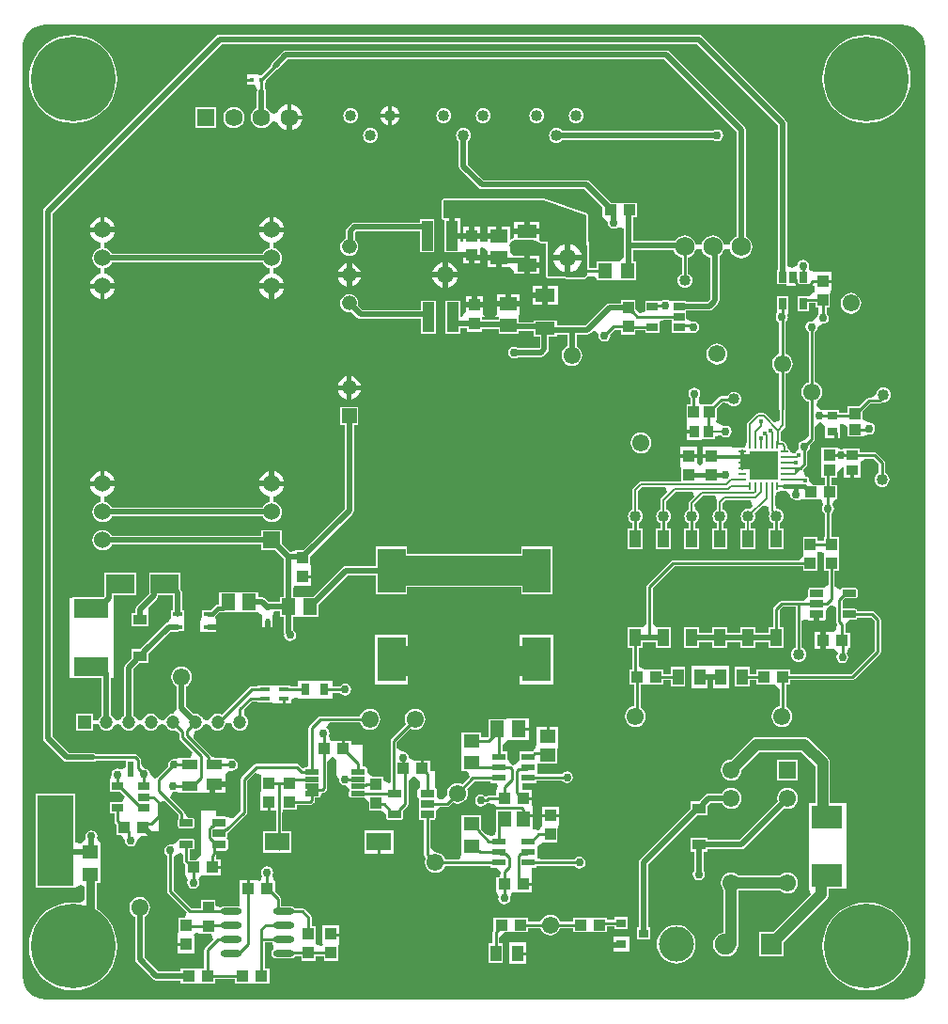
<source format=gtl>
G04*
G04 #@! TF.GenerationSoftware,Altium Limited,Altium Designer,20.0.11 (256)*
G04*
G04 Layer_Physical_Order=1*
G04 Layer_Color=255*
%FSLAX25Y25*%
%MOIN*%
G70*
G01*
G75*
%ADD15C,0.01000*%
%ADD18C,0.00800*%
%ADD22R,0.03543X0.01575*%
%ADD23R,0.08661X0.06299*%
%ADD24R,0.08583X0.06299*%
%ADD25R,0.03543X0.01575*%
%ADD26R,0.03937X0.10630*%
%ADD27O,0.07480X0.02362*%
%ADD28R,0.01280X0.01575*%
G04:AMPARAMS|DCode=29|XSize=9.84mil|YSize=23.62mil|CornerRadius=1.97mil|HoleSize=0mil|Usage=FLASHONLY|Rotation=270.000|XOffset=0mil|YOffset=0mil|HoleType=Round|Shape=RoundedRectangle|*
%AMROUNDEDRECTD29*
21,1,0.00984,0.01968,0,0,270.0*
21,1,0.00591,0.02362,0,0,270.0*
1,1,0.00394,-0.00984,-0.00295*
1,1,0.00394,-0.00984,0.00295*
1,1,0.00394,0.00984,0.00295*
1,1,0.00394,0.00984,-0.00295*
%
%ADD29ROUNDEDRECTD29*%
G04:AMPARAMS|DCode=30|XSize=9.84mil|YSize=23.62mil|CornerRadius=1.97mil|HoleSize=0mil|Usage=FLASHONLY|Rotation=180.000|XOffset=0mil|YOffset=0mil|HoleType=Round|Shape=RoundedRectangle|*
%AMROUNDEDRECTD30*
21,1,0.00984,0.01968,0,0,180.0*
21,1,0.00591,0.02362,0,0,180.0*
1,1,0.00394,-0.00295,0.00984*
1,1,0.00394,0.00295,0.00984*
1,1,0.00394,0.00295,-0.00984*
1,1,0.00394,-0.00295,-0.00984*
%
%ADD30ROUNDEDRECTD30*%
%ADD31R,0.05709X0.04724*%
%ADD32R,0.04724X0.05709*%
%ADD33R,0.03543X0.02756*%
%ADD34R,0.03543X0.03937*%
%ADD35R,0.03937X0.04331*%
%ADD36R,0.02756X0.03937*%
%ADD37R,0.01575X0.01890*%
%ADD38R,0.04803X0.03583*%
%ADD39R,0.09843X0.15748*%
%ADD40R,0.02756X0.03937*%
%ADD41R,0.04799X0.03598*%
%ADD42R,0.04803X0.02441*%
%ADD43R,0.05512X0.03543*%
%ADD44R,0.05512X0.04331*%
%ADD45R,0.12402X0.07008*%
%ADD46R,0.11000X0.07900*%
%ADD47R,0.03976X0.05787*%
%ADD48R,0.03543X0.03150*%
%ADD49R,0.09843X0.06693*%
G04:AMPARAMS|DCode=50|XSize=17.72mil|YSize=49.21mil|CornerRadius=1.95mil|HoleSize=0mil|Usage=FLASHONLY|Rotation=270.000|XOffset=0mil|YOffset=0mil|HoleType=Round|Shape=RoundedRectangle|*
%AMROUNDEDRECTD50*
21,1,0.01772,0.04532,0,0,270.0*
21,1,0.01382,0.04921,0,0,270.0*
1,1,0.00390,-0.02266,-0.00691*
1,1,0.00390,-0.02266,0.00691*
1,1,0.00390,0.02266,0.00691*
1,1,0.00390,0.02266,-0.00691*
%
%ADD50ROUNDEDRECTD50*%
G04:AMPARAMS|DCode=51|XSize=25.59mil|YSize=47.24mil|CornerRadius=1.92mil|HoleSize=0mil|Usage=FLASHONLY|Rotation=270.000|XOffset=0mil|YOffset=0mil|HoleType=Round|Shape=RoundedRectangle|*
%AMROUNDEDRECTD51*
21,1,0.02559,0.04341,0,0,270.0*
21,1,0.02175,0.04724,0,0,270.0*
1,1,0.00384,-0.02170,-0.01088*
1,1,0.00384,-0.02170,0.01088*
1,1,0.00384,0.02170,0.01088*
1,1,0.00384,0.02170,-0.01088*
%
%ADD51ROUNDEDRECTD51*%
%ADD52R,0.07087X0.04528*%
%ADD53R,0.05118X0.05906*%
%ADD54R,0.05906X0.05118*%
%ADD55R,0.03900X0.04300*%
%ADD56R,0.04331X0.03937*%
%ADD57R,0.04300X0.03900*%
%ADD58R,0.04331X0.05906*%
%ADD59R,0.03937X0.04331*%
%ADD60R,0.04331X0.03937*%
%ADD61R,0.03937X0.02756*%
%ADD62R,0.03937X0.03543*%
%ADD122C,0.04000*%
%ADD123R,0.13000X0.32000*%
G04:AMPARAMS|DCode=124|XSize=102.36mil|YSize=102.36mil|CornerRadius=2.05mil|HoleSize=0mil|Usage=FLASHONLY|Rotation=180.000|XOffset=0mil|YOffset=0mil|HoleType=Round|Shape=RoundedRectangle|*
%AMROUNDEDRECTD124*
21,1,0.10236,0.09827,0,0,180.0*
21,1,0.09827,0.10236,0,0,180.0*
1,1,0.00409,-0.04913,0.04913*
1,1,0.00409,0.04913,0.04913*
1,1,0.00409,0.04913,-0.04913*
1,1,0.00409,-0.04913,-0.04913*
%
%ADD124ROUNDEDRECTD124*%
%ADD125C,0.02000*%
%ADD126C,0.01500*%
%ADD127C,0.01200*%
%ADD128C,0.04000*%
%ADD129C,0.03000*%
%ADD130R,0.02733X0.05540*%
%ADD131R,0.04138X0.02721*%
%ADD132R,0.52000X0.10500*%
%ADD133R,0.57500X0.11000*%
%ADD134C,0.06000*%
%ADD135R,0.06000X0.06000*%
%ADD136C,0.10000*%
%ADD137R,0.06102X0.06102*%
%ADD138C,0.06102*%
%ADD139C,0.05228*%
%ADD140R,0.05228X0.05228*%
%ADD141C,0.30000*%
%ADD142R,0.07500X0.07500*%
%ADD143C,0.07500*%
%ADD144C,0.12500*%
%ADD145C,0.06890*%
%ADD146C,0.04724*%
%ADD147R,0.04724X0.04724*%
%ADD148R,0.06260X0.06260*%
%ADD149C,0.06260*%
%ADD150R,0.02000X0.02000*%
%ADD151R,0.02000X0.04000*%
%ADD152C,0.01968*%
%ADD153C,0.03000*%
%ADD154C,0.01600*%
G36*
X313500Y347369D02*
Y347369D01*
X315408Y347147D01*
X316711Y346752D01*
X318162Y345976D01*
X319433Y344933D01*
X320476Y343661D01*
X321252Y342211D01*
X321647Y340908D01*
X321869Y339000D01*
X321869Y339000D01*
X321869Y339000D01*
X321869Y337000D01*
Y10000D01*
X321869Y10000D01*
X321869Y10000D01*
X321647Y8092D01*
X321252Y6789D01*
X320476Y5339D01*
X319433Y4067D01*
X318162Y3024D01*
X316711Y2248D01*
X315408Y1853D01*
X313500Y1631D01*
X313500Y1631D01*
X311500Y1631D01*
X10000D01*
X10000Y1631D01*
X8092Y1853D01*
X6789Y2248D01*
X5339Y3024D01*
X4067Y4067D01*
X3024Y5339D01*
X2248Y6789D01*
X1853Y8092D01*
X1631Y10000D01*
Y339000D01*
X1617Y339073D01*
X1771Y340637D01*
X2248Y342211D01*
X3024Y343661D01*
X4067Y344933D01*
X5339Y345976D01*
X6789Y346752D01*
X8092Y347147D01*
X10000Y347369D01*
Y347369D01*
X12000Y347369D01*
X313500D01*
X313500Y347369D01*
D02*
G37*
%LPC*%
G36*
X132750Y318431D02*
Y315750D01*
X135432D01*
X135410Y315914D01*
X135057Y316765D01*
X134496Y317496D01*
X133765Y318057D01*
X132914Y318410D01*
X132750Y318431D01*
D02*
G37*
G36*
X131250D02*
X131086Y318410D01*
X130235Y318057D01*
X129504Y317496D01*
X128943Y316765D01*
X128590Y315914D01*
X128568Y315750D01*
X131250D01*
Y318431D01*
D02*
G37*
G36*
X96981Y318902D02*
Y315080D01*
X100802D01*
X100741Y315539D01*
X100275Y316665D01*
X99533Y317633D01*
X98565Y318375D01*
X97439Y318841D01*
X96981Y318902D01*
D02*
G37*
G36*
X198000Y317622D02*
X197321Y317533D01*
X196689Y317271D01*
X196146Y316854D01*
X195729Y316311D01*
X195467Y315679D01*
X195378Y315000D01*
X195467Y314321D01*
X195729Y313689D01*
X196146Y313146D01*
X196689Y312729D01*
X197321Y312467D01*
X198000Y312378D01*
X198679Y312467D01*
X199311Y312729D01*
X199854Y313146D01*
X200271Y313689D01*
X200533Y314321D01*
X200622Y315000D01*
X200533Y315679D01*
X200271Y316311D01*
X199854Y316854D01*
X199311Y317271D01*
X198679Y317533D01*
X198000Y317622D01*
D02*
G37*
G36*
X184000D02*
X183321Y317533D01*
X182689Y317271D01*
X182146Y316854D01*
X181729Y316311D01*
X181467Y315679D01*
X181378Y315000D01*
X181467Y314321D01*
X181729Y313689D01*
X182146Y313146D01*
X182689Y312729D01*
X183321Y312467D01*
X184000Y312378D01*
X184679Y312467D01*
X185311Y312729D01*
X185854Y313146D01*
X186271Y313689D01*
X186533Y314321D01*
X186622Y315000D01*
X186533Y315679D01*
X186271Y316311D01*
X185854Y316854D01*
X185311Y317271D01*
X184679Y317533D01*
X184000Y317622D01*
D02*
G37*
G36*
X165000D02*
X164321Y317533D01*
X163689Y317271D01*
X163146Y316854D01*
X162729Y316311D01*
X162467Y315679D01*
X162378Y315000D01*
X162467Y314321D01*
X162729Y313689D01*
X163146Y313146D01*
X163689Y312729D01*
X164321Y312467D01*
X165000Y312378D01*
X165679Y312467D01*
X166311Y312729D01*
X166854Y313146D01*
X167271Y313689D01*
X167533Y314321D01*
X167622Y315000D01*
X167533Y315679D01*
X167271Y316311D01*
X166854Y316854D01*
X166311Y317271D01*
X165679Y317533D01*
X165000Y317622D01*
D02*
G37*
G36*
X151000D02*
X150321Y317533D01*
X149689Y317271D01*
X149146Y316854D01*
X148729Y316311D01*
X148467Y315679D01*
X148378Y315000D01*
X148467Y314321D01*
X148729Y313689D01*
X149146Y313146D01*
X149689Y312729D01*
X150321Y312467D01*
X151000Y312378D01*
X151679Y312467D01*
X152311Y312729D01*
X152854Y313146D01*
X153271Y313689D01*
X153533Y314321D01*
X153622Y315000D01*
X153533Y315679D01*
X153271Y316311D01*
X152854Y316854D01*
X152311Y317271D01*
X151679Y317533D01*
X151000Y317622D01*
D02*
G37*
G36*
X118000D02*
X117321Y317533D01*
X116689Y317271D01*
X116146Y316854D01*
X115729Y316311D01*
X115467Y315679D01*
X115378Y315000D01*
X115467Y314321D01*
X115729Y313689D01*
X116146Y313146D01*
X116689Y312729D01*
X117321Y312467D01*
X118000Y312378D01*
X118679Y312467D01*
X119311Y312729D01*
X119854Y313146D01*
X120271Y313689D01*
X120533Y314321D01*
X120622Y315000D01*
X120533Y315679D01*
X120271Y316311D01*
X119854Y316854D01*
X119311Y317271D01*
X118679Y317533D01*
X118000Y317622D01*
D02*
G37*
G36*
X301000Y343648D02*
X298552Y343456D01*
X296164Y342882D01*
X293896Y341943D01*
X291802Y340660D01*
X289935Y339065D01*
X288340Y337198D01*
X287057Y335104D01*
X286118Y332836D01*
X285544Y330448D01*
X285352Y328000D01*
X285544Y325552D01*
X286118Y323164D01*
X287057Y320896D01*
X288340Y318802D01*
X289935Y316935D01*
X291802Y315340D01*
X293896Y314057D01*
X296164Y313118D01*
X298552Y312544D01*
X301000Y312352D01*
X303448Y312544D01*
X305836Y313118D01*
X308104Y314057D01*
X310198Y315340D01*
X312065Y316935D01*
X313660Y318802D01*
X314943Y320896D01*
X315882Y323164D01*
X316456Y325552D01*
X316648Y328000D01*
X316456Y330448D01*
X315882Y332836D01*
X314943Y335104D01*
X313660Y337198D01*
X312065Y339065D01*
X310198Y340660D01*
X308104Y341943D01*
X305836Y342882D01*
X303448Y343456D01*
X301000Y343648D01*
D02*
G37*
G36*
X19500D02*
X17052Y343456D01*
X14664Y342882D01*
X12396Y341943D01*
X10302Y340660D01*
X8435Y339065D01*
X6840Y337198D01*
X5557Y335104D01*
X4618Y332836D01*
X4044Y330448D01*
X3852Y328000D01*
X4044Y325552D01*
X4618Y323164D01*
X5557Y320896D01*
X6840Y318802D01*
X8435Y316935D01*
X10302Y315340D01*
X12396Y314057D01*
X14664Y313118D01*
X17052Y312544D01*
X19500Y312352D01*
X21948Y312544D01*
X24336Y313118D01*
X26604Y314057D01*
X28698Y315340D01*
X30565Y316935D01*
X32160Y318802D01*
X33443Y320896D01*
X34382Y323164D01*
X34956Y325552D01*
X35148Y328000D01*
X34956Y330448D01*
X34382Y332836D01*
X33443Y335104D01*
X32160Y337198D01*
X30565Y339065D01*
X28698Y340660D01*
X26604Y341943D01*
X24336Y342882D01*
X21948Y343456D01*
X19500Y343648D01*
D02*
G37*
G36*
X135432Y314250D02*
X132750D01*
Y311568D01*
X132914Y311590D01*
X133765Y311943D01*
X134496Y312504D01*
X135057Y313235D01*
X135410Y314086D01*
X135432Y314250D01*
D02*
G37*
G36*
X131250D02*
X128568D01*
X128590Y314086D01*
X128943Y313235D01*
X129504Y312504D01*
X130235Y311943D01*
X131086Y311590D01*
X131250Y311568D01*
Y314250D01*
D02*
G37*
G36*
X70433Y318060D02*
X62973D01*
Y310601D01*
X70433D01*
Y318060D01*
D02*
G37*
G36*
X76545Y318093D02*
X75572Y317964D01*
X74664Y317589D01*
X73885Y316991D01*
X73287Y316212D01*
X72912Y315304D01*
X72783Y314331D01*
X72912Y313357D01*
X73287Y312449D01*
X73885Y311670D01*
X74664Y311072D01*
X75572Y310697D01*
X76545Y310568D01*
X77519Y310697D01*
X78426Y311072D01*
X79206Y311670D01*
X79804Y312449D01*
X80179Y313357D01*
X80308Y314331D01*
X80179Y315304D01*
X79804Y316212D01*
X79206Y316991D01*
X78426Y317589D01*
X77519Y317964D01*
X76545Y318093D01*
D02*
G37*
G36*
X100802Y313580D02*
X96981D01*
Y309759D01*
X97439Y309820D01*
X98565Y310286D01*
X99533Y311028D01*
X100275Y311996D01*
X100741Y313122D01*
X100802Y313580D01*
D02*
G37*
G36*
X191000Y310622D02*
X190321Y310533D01*
X189689Y310271D01*
X189146Y309854D01*
X188729Y309311D01*
X188467Y308679D01*
X188378Y308000D01*
X188467Y307321D01*
X188729Y306689D01*
X189146Y306146D01*
X189689Y305729D01*
X190321Y305467D01*
X191000Y305378D01*
X191679Y305467D01*
X192311Y305729D01*
X192854Y306146D01*
X193026Y306369D01*
X246662D01*
X247181Y306022D01*
X248000Y305859D01*
X248819Y306022D01*
X249514Y306486D01*
X249978Y307181D01*
X250141Y308000D01*
X249978Y308819D01*
X249514Y309514D01*
X248819Y309978D01*
X248000Y310141D01*
X247181Y309978D01*
X246662Y309631D01*
X193026D01*
X192854Y309854D01*
X192311Y310271D01*
X191679Y310533D01*
X191000Y310622D01*
D02*
G37*
G36*
X125000D02*
X124321Y310533D01*
X123689Y310271D01*
X123146Y309854D01*
X122729Y309311D01*
X122467Y308679D01*
X122378Y308000D01*
X122467Y307321D01*
X122729Y306689D01*
X123146Y306146D01*
X123689Y305729D01*
X124321Y305467D01*
X125000Y305378D01*
X125679Y305467D01*
X126311Y305729D01*
X126854Y306146D01*
X127271Y306689D01*
X127533Y307321D01*
X127622Y308000D01*
X127533Y308679D01*
X127271Y309311D01*
X126854Y309854D01*
X126311Y310271D01*
X125679Y310533D01*
X125000Y310622D01*
D02*
G37*
G36*
X147769Y278365D02*
X142632D01*
Y277131D01*
X119323D01*
X119323Y277131D01*
X118698Y277007D01*
X118169Y276654D01*
X116783Y275268D01*
X116430Y274739D01*
X116305Y274114D01*
Y271484D01*
X115879Y271308D01*
X115208Y270792D01*
X114692Y270121D01*
X114369Y269339D01*
X114258Y268500D01*
X114369Y267661D01*
Y267661D01*
X114692Y266879D01*
X115208Y266208D01*
X115879Y265692D01*
X116661Y265369D01*
X117500Y265258D01*
X118339Y265369D01*
X119121Y265692D01*
X119792Y266208D01*
X120308Y266879D01*
X120631Y267661D01*
X120742Y268500D01*
X120631Y269339D01*
X120308Y270121D01*
X119792Y270792D01*
X119568Y270964D01*
Y273439D01*
X119998Y273869D01*
X142632D01*
Y270857D01*
D01*
Y266535D01*
X147769D01*
Y270129D01*
Y278365D01*
D02*
G37*
G36*
X90750Y278940D02*
Y275250D01*
X94440D01*
X94384Y275675D01*
X93931Y276769D01*
X93209Y277709D01*
X92269Y278431D01*
X91175Y278884D01*
X90750Y278940D01*
D02*
G37*
G36*
X30750D02*
Y275250D01*
X34440D01*
X34384Y275675D01*
X33931Y276769D01*
X33209Y277709D01*
X32269Y278431D01*
X31175Y278884D01*
X30750Y278940D01*
D02*
G37*
G36*
X89250D02*
X88825Y278884D01*
X87731Y278431D01*
X86791Y277709D01*
X86069Y276769D01*
X85616Y275675D01*
X85560Y275250D01*
X89250D01*
Y278940D01*
D02*
G37*
G36*
X29250D02*
X28825Y278884D01*
X27731Y278431D01*
X26791Y277709D01*
X26069Y276769D01*
X25616Y275675D01*
X25560Y275250D01*
X29250D01*
Y278940D01*
D02*
G37*
G36*
X230000Y338131D02*
X95045D01*
X94421Y338007D01*
X93891Y337653D01*
X90131Y333894D01*
X89778Y333364D01*
X89654Y332740D01*
X89661Y332702D01*
X86440Y329481D01*
X84440Y329487D01*
X83171Y329487D01*
X81160D01*
Y325913D01*
X83807Y325913D01*
X84542Y324745D01*
X84857Y324085D01*
X84757Y323583D01*
Y317692D01*
X84507Y317589D01*
X83728Y316991D01*
X83130Y316212D01*
X82754Y315304D01*
X82626Y314331D01*
X82754Y313357D01*
X83130Y312449D01*
X83728Y311670D01*
X84507Y311072D01*
X85414Y310697D01*
X86388Y310568D01*
X87362Y310697D01*
X88269Y311072D01*
X89048Y311670D01*
X89646Y312449D01*
X89783Y312780D01*
X90548Y312915D01*
X91870Y312760D01*
X92186Y311996D01*
X92928Y311028D01*
X93896Y310286D01*
X95022Y309820D01*
X95481Y309759D01*
Y314331D01*
Y318902D01*
X95022Y318841D01*
X93896Y318375D01*
X92928Y317633D01*
X92186Y316665D01*
X91870Y315901D01*
X90548Y315746D01*
X89783Y315880D01*
X89646Y316212D01*
X89048Y316991D01*
X88269Y317589D01*
X88019Y317692D01*
Y323583D01*
X87895Y324207D01*
X87751Y324423D01*
X87485Y326313D01*
X88163Y328032D01*
X91247Y331116D01*
X91285Y331109D01*
X91909Y331233D01*
X92439Y331587D01*
X95721Y334869D01*
X229324D01*
X254869Y309324D01*
Y272202D01*
X254460Y272033D01*
X253615Y271385D01*
X252967Y270540D01*
X252648Y269771D01*
X252559Y269556D01*
X252474Y269390D01*
X250526D01*
X250441Y269556D01*
X250373Y269719D01*
X250033Y270540D01*
X249385Y271385D01*
X248540Y272033D01*
X247556Y272441D01*
X246500Y272580D01*
X245444Y272441D01*
X244460Y272033D01*
X243615Y271385D01*
X242967Y270540D01*
X242648Y269771D01*
X242559Y269556D01*
X242474Y269390D01*
X240526D01*
X240441Y269556D01*
X240373Y269719D01*
X240033Y270540D01*
X239385Y271385D01*
X238540Y272033D01*
X237556Y272441D01*
X236500Y272580D01*
X235444Y272441D01*
X234460Y272033D01*
X233615Y271385D01*
X233037Y270631D01*
X218172D01*
Y278950D01*
X219575D01*
Y284050D01*
X214882D01*
X212882Y284050D01*
X212075Y284050D01*
X210520D01*
X202916Y291653D01*
X202387Y292007D01*
X201763Y292131D01*
X165176D01*
X159631Y297676D01*
Y305975D01*
X159854Y306146D01*
X160271Y306689D01*
X160533Y307321D01*
X160622Y308000D01*
X160533Y308679D01*
X160271Y309311D01*
X159854Y309854D01*
X159311Y310271D01*
X158679Y310533D01*
X158000Y310622D01*
X157321Y310533D01*
X156689Y310271D01*
X156146Y309854D01*
X155729Y309311D01*
X155467Y308679D01*
X155378Y308000D01*
X155467Y307321D01*
X155729Y306689D01*
X156146Y306146D01*
X156369Y305975D01*
Y297000D01*
X156493Y296376D01*
X156846Y295847D01*
X163347Y289347D01*
X163876Y288993D01*
X164500Y288869D01*
X201087D01*
X207382Y282574D01*
Y278950D01*
X207681D01*
X208018Y278718D01*
X209168Y277000D01*
X209331Y276181D01*
X209795Y275486D01*
X210489Y275022D01*
X211309Y274859D01*
X212128Y275022D01*
X212823Y275486D01*
X212909Y275615D01*
X214909Y275009D01*
Y269000D01*
Y264506D01*
X213294Y263454D01*
X211345D01*
X211294Y263454D01*
X205420D01*
Y261122D01*
X202467D01*
X202301Y279636D01*
X202245Y279767D01*
X202238Y279909D01*
X202152Y279987D01*
X202107Y280093D01*
X201974Y280147D01*
X201869Y280242D01*
X186717Y285612D01*
X186604Y285606D01*
X186500Y285649D01*
X151000D01*
X150541Y285459D01*
X150351Y285000D01*
X150350Y279847D01*
X150350Y278765D01*
X150351Y278765D01*
X150541Y278306D01*
X151000Y278116D01*
X151000Y278116D01*
X151294Y277822D01*
Y266535D01*
X156032D01*
X156078D01*
X156431D01*
X156431Y266535D01*
D01*
X158031Y265571D01*
Y262488D01*
X160000D01*
Y265654D01*
X162000D01*
Y262488D01*
X163969D01*
Y267880D01*
X164598Y268169D01*
X165787Y267607D01*
X166547Y266876D01*
Y261201D01*
X169500D01*
Y264760D01*
X171500D01*
Y261201D01*
X173957D01*
X174453Y261201D01*
X175957Y260003D01*
Y258831D01*
X179500D01*
Y262094D01*
Y265358D01*
X176453D01*
X175957Y265358D01*
X174453Y266556D01*
X174453Y268319D01*
X174281Y269108D01*
X175414Y270591D01*
X175414Y270591D01*
X175600Y270680D01*
X175619Y270694D01*
X175641Y270699D01*
X175689Y270735D01*
X175715Y270735D01*
X176357Y271042D01*
X182650D01*
X184439Y270404D01*
X184439Y270404D01*
X184439Y270404D01*
D01*
X184533Y270307D01*
X184584Y270182D01*
X184698Y270135D01*
X184785Y270046D01*
X185801Y269604D01*
D01*
X185802Y269604D01*
X185936Y269602D01*
X186060Y269551D01*
X187351D01*
Y268076D01*
D01*
X187351Y258004D01*
X187443Y257781D01*
X187530Y257556D01*
X187538Y257553D01*
X187541Y257545D01*
X187764Y257453D01*
X187985Y257355D01*
X200970Y257046D01*
X200975Y257048D01*
X200981Y257046D01*
X200981Y257046D01*
X201206Y257137D01*
X201434Y257225D01*
X201439Y257231D01*
X201441Y257232D01*
X201441Y257232D01*
X202296Y258074D01*
X202296Y258075D01*
X202471Y258089D01*
X203902Y258145D01*
X204334Y258099D01*
X205420Y257377D01*
Y256546D01*
X211294D01*
X211345Y256546D01*
X213294D01*
X213345Y256546D01*
X219219D01*
Y263454D01*
X218172D01*
Y267369D01*
X232591D01*
X232967Y266460D01*
X233615Y265615D01*
X234460Y264967D01*
X235444Y264559D01*
X235496Y264552D01*
Y258895D01*
X235306Y258817D01*
X234763Y258400D01*
X234346Y257857D01*
X234084Y257224D01*
X233995Y256546D01*
X234084Y255867D01*
X234346Y255235D01*
X234763Y254691D01*
X235306Y254275D01*
X235939Y254013D01*
X236617Y253923D01*
X237296Y254013D01*
X237929Y254275D01*
X238472Y254691D01*
X238888Y255235D01*
X239150Y255867D01*
X239240Y256546D01*
X239150Y257224D01*
X238888Y257857D01*
X238472Y258400D01*
X237929Y258817D01*
X237739Y258895D01*
Y264635D01*
X238540Y264967D01*
X239385Y265615D01*
X240033Y266460D01*
X240352Y267229D01*
X240441Y267444D01*
X240526Y267610D01*
X242474D01*
X242559Y267444D01*
X242627Y267281D01*
X242967Y266460D01*
X243615Y265615D01*
X244460Y264967D01*
X245444Y264559D01*
X245597Y264539D01*
Y250057D01*
X244652Y249112D01*
X237069D01*
Y249458D01*
X233123D01*
X232207Y249458D01*
X231849Y249462D01*
X229969Y249548D01*
X229500Y249641D01*
X227620Y249458D01*
X227620Y249458D01*
X222483D01*
X222483Y245502D01*
X220748Y244862D01*
X220653D01*
X219069Y246446D01*
Y249612D01*
X213931D01*
Y248478D01*
X209846D01*
X209222Y248354D01*
X208693Y248000D01*
X201324Y240631D01*
X191143D01*
Y242458D01*
X182857D01*
Y241809D01*
X177553D01*
Y243681D01*
X177847D01*
X177762Y243809D01*
X177953Y244681D01*
X177953Y245753D01*
Y247240D01*
X174000D01*
X170047D01*
Y245753D01*
X170047Y244681D01*
X170068Y244588D01*
X169337Y243681D01*
X170447D01*
Y242588D01*
X164568D01*
Y243681D01*
X165679D01*
X164948Y244588D01*
X164969Y244681D01*
X164969Y245753D01*
Y246847D01*
X162000D01*
X159031D01*
Y245675D01*
X158031Y244509D01*
Y244199D01*
X157187Y243306D01*
X156899Y243345D01*
Y243812D01*
Y249415D01*
X151762D01*
Y237585D01*
X156899D01*
Y239522D01*
X159432D01*
Y238388D01*
X164568D01*
Y239325D01*
X170447D01*
Y237601D01*
X177553D01*
Y238546D01*
X182857D01*
Y236731D01*
X185135D01*
Y232847D01*
X184919Y232631D01*
X177338D01*
X176819Y232978D01*
X176000Y233141D01*
X175181Y232978D01*
X174486Y232514D01*
X174022Y231819D01*
X173859Y231000D01*
X174022Y230181D01*
X174486Y229486D01*
X175181Y229022D01*
X176000Y228859D01*
X176819Y229022D01*
X177338Y229369D01*
X185594D01*
X186219Y229493D01*
X186748Y229847D01*
X187920Y231018D01*
X188273Y231547D01*
X188397Y232172D01*
Y236731D01*
X191143D01*
Y237369D01*
X194869D01*
Y233276D01*
X194659Y233189D01*
X193896Y232604D01*
X193311Y231841D01*
X192943Y230953D01*
X192817Y230000D01*
X192943Y229047D01*
X193311Y228159D01*
X193896Y227396D01*
X194659Y226811D01*
X195547Y226443D01*
X196500Y226317D01*
X197453Y226443D01*
X198341Y226811D01*
X199104Y227396D01*
X199689Y228159D01*
X200057Y229047D01*
X200183Y230000D01*
X200057Y230953D01*
X199689Y231841D01*
X199104Y232604D01*
X198341Y233189D01*
X198131Y233276D01*
Y237369D01*
X202000D01*
X202624Y237493D01*
X203153Y237846D01*
X204283Y238976D01*
X204436Y238998D01*
X205050Y238541D01*
X205969Y237555D01*
X205859Y237000D01*
X206022Y236181D01*
X206486Y235486D01*
X207181Y235022D01*
X208000Y234859D01*
X208819Y235022D01*
X209514Y235486D01*
X209978Y236181D01*
X210141Y237000D01*
X210049Y237463D01*
X211618Y239032D01*
X213931D01*
Y237388D01*
X219069D01*
Y238878D01*
X222483D01*
Y238022D01*
X227620D01*
Y241978D01*
X229354Y242619D01*
X231931D01*
Y238022D01*
X237069D01*
Y238022D01*
X239039Y237951D01*
X239500Y237859D01*
X240319Y238022D01*
X241014Y238486D01*
X241478Y239181D01*
X241641Y240000D01*
X241478Y240819D01*
X241014Y241514D01*
X240319Y241978D01*
X239500Y242141D01*
X239069Y242055D01*
X237700Y242786D01*
X237069Y243306D01*
Y245849D01*
X245327D01*
X245952Y245973D01*
X246481Y246327D01*
X248001Y247847D01*
X248354Y248376D01*
X248399Y248600D01*
X248736Y249104D01*
X248860Y249729D01*
Y265212D01*
X249385Y265615D01*
X250033Y266460D01*
X250352Y267229D01*
X250441Y267444D01*
X250526Y267610D01*
X252474D01*
X252559Y267444D01*
X252627Y267281D01*
X252967Y266460D01*
X253615Y265615D01*
X254460Y264967D01*
X255444Y264559D01*
X256500Y264420D01*
X257556Y264559D01*
X258540Y264967D01*
X259385Y265615D01*
X260033Y266460D01*
X260441Y267444D01*
X260580Y268500D01*
X260441Y269556D01*
X260033Y270540D01*
X259385Y271385D01*
X258540Y272033D01*
X258131Y272202D01*
Y310000D01*
X258007Y310624D01*
X257653Y311154D01*
X231153Y337653D01*
X230624Y338007D01*
X230000Y338131D01*
D02*
G37*
G36*
X181500Y265358D02*
Y263094D01*
X185043D01*
Y265358D01*
X181500D01*
D02*
G37*
G36*
X118500Y262518D02*
Y259500D01*
X121518D01*
X121508Y259574D01*
X121094Y260575D01*
X120434Y261434D01*
X119575Y262094D01*
X118574Y262508D01*
X118500Y262518D01*
D02*
G37*
G36*
X152500Y262959D02*
Y259500D01*
X155959D01*
X155934Y259688D01*
X155475Y260795D01*
X154746Y261746D01*
X153795Y262475D01*
X152688Y262934D01*
X152500Y262959D01*
D02*
G37*
G36*
X150500D02*
X150312Y262934D01*
X149205Y262475D01*
X148254Y261746D01*
X147524Y260795D01*
X147066Y259688D01*
X147041Y259500D01*
X150500D01*
Y262959D01*
D02*
G37*
G36*
X116500Y262518D02*
X116426Y262508D01*
X115425Y262094D01*
X114566Y261434D01*
X113906Y260575D01*
X113492Y259574D01*
X113449Y259250D01*
X116500D01*
Y262518D01*
D02*
G37*
G36*
X185043Y261094D02*
X181500D01*
Y258831D01*
X185043D01*
Y261094D01*
D02*
G37*
G36*
X34440Y273750D02*
X30000D01*
X25560D01*
X25616Y273325D01*
X26069Y272231D01*
X26791Y271291D01*
X27731Y270569D01*
X28825Y270116D01*
X29289Y270055D01*
Y268141D01*
X29060Y268007D01*
X28809Y267903D01*
X28185Y267645D01*
X27433Y267068D01*
X26855Y266316D01*
X26493Y265440D01*
X26369Y264500D01*
X26493Y263560D01*
X26855Y262684D01*
X27433Y261932D01*
X28185Y261355D01*
X28773Y261112D01*
X29060Y260993D01*
X29289Y260859D01*
Y258945D01*
X28825Y258884D01*
X27731Y258431D01*
X26791Y257709D01*
X26069Y256769D01*
X25616Y255675D01*
X25560Y255250D01*
X30000D01*
X34440D01*
X34384Y255675D01*
X33931Y256769D01*
X33209Y257709D01*
X32269Y258431D01*
X31175Y258884D01*
X30711Y258945D01*
Y260859D01*
X30940Y260993D01*
X31191Y261097D01*
X31815Y261355D01*
X32568Y261932D01*
X33145Y262684D01*
X33221Y262869D01*
X86779D01*
X86855Y262684D01*
X87432Y261932D01*
X88184Y261355D01*
X88773Y261112D01*
X89060Y260993D01*
X89289Y260859D01*
Y258945D01*
X88825Y258884D01*
X87731Y258431D01*
X86791Y257709D01*
X86069Y256769D01*
X85616Y255675D01*
X85560Y255250D01*
X90000D01*
X94440D01*
X94384Y255675D01*
X93931Y256769D01*
X93209Y257709D01*
X92269Y258431D01*
X91175Y258884D01*
X90711Y258945D01*
Y260859D01*
X90940Y260993D01*
X91191Y261097D01*
X91816Y261355D01*
X92568Y261932D01*
X93145Y262684D01*
X93507Y263560D01*
X93631Y264500D01*
X93507Y265440D01*
X93145Y266316D01*
X92568Y267068D01*
X91816Y267645D01*
X91227Y267888D01*
X90940Y268007D01*
X90711Y268141D01*
Y270055D01*
X91175Y270116D01*
X92269Y270569D01*
X93209Y271291D01*
X93931Y272231D01*
X94384Y273325D01*
X94440Y273750D01*
X90000D01*
X85560D01*
X85616Y273325D01*
X86069Y272231D01*
X86791Y271291D01*
X87731Y270569D01*
X88825Y270116D01*
X89289Y270055D01*
Y268141D01*
X89060Y268007D01*
X88809Y267903D01*
X88184Y267645D01*
X87432Y267068D01*
X86855Y266316D01*
X86779Y266131D01*
X33221D01*
X33145Y266316D01*
X32568Y267068D01*
X31815Y267645D01*
X31227Y267888D01*
X30940Y268007D01*
X30711Y268141D01*
Y270055D01*
X31175Y270116D01*
X32269Y270569D01*
X33209Y271291D01*
X33931Y272231D01*
X34384Y273325D01*
X34440Y273750D01*
D02*
G37*
G36*
X121518Y257500D02*
X118500D01*
Y254482D01*
X118574Y254492D01*
X119575Y254906D01*
X120434Y255566D01*
X121094Y256425D01*
X121508Y257426D01*
X121518Y257500D01*
D02*
G37*
G36*
X116500Y257750D02*
X113449D01*
X113492Y257426D01*
X113906Y256425D01*
X114566Y255566D01*
X115425Y254906D01*
X116426Y254492D01*
X116500Y254482D01*
Y257750D01*
D02*
G37*
G36*
X155959Y257500D02*
X152500D01*
Y254041D01*
X152688Y254066D01*
X153795Y254524D01*
X154746Y255254D01*
X155475Y256205D01*
X155934Y257312D01*
X155959Y257500D01*
D02*
G37*
G36*
X150500D02*
X147041D01*
X147066Y257312D01*
X147524Y256205D01*
X148254Y255254D01*
X149205Y254524D01*
X150312Y254066D01*
X150500Y254041D01*
Y257500D01*
D02*
G37*
G36*
X186000Y254669D02*
X182457D01*
Y252406D01*
X186000D01*
Y254669D01*
D02*
G37*
G36*
X94440Y253750D02*
X90750D01*
Y250060D01*
X91175Y250116D01*
X92269Y250569D01*
X93209Y251291D01*
X93931Y252231D01*
X94384Y253325D01*
X94440Y253750D01*
D02*
G37*
G36*
X34440D02*
X30750D01*
Y250060D01*
X31175Y250116D01*
X32269Y250569D01*
X33209Y251291D01*
X33931Y252231D01*
X34384Y253325D01*
X34440Y253750D01*
D02*
G37*
G36*
X89250D02*
X85560D01*
X85616Y253325D01*
X86069Y252231D01*
X86791Y251291D01*
X87731Y250569D01*
X88825Y250116D01*
X89250Y250060D01*
Y253750D01*
D02*
G37*
G36*
X29250D02*
X25560D01*
X25616Y253325D01*
X26069Y252231D01*
X26791Y251291D01*
X27731Y250569D01*
X28825Y250116D01*
X29250Y250060D01*
Y253750D01*
D02*
G37*
G36*
X177953Y251799D02*
X175000D01*
Y249240D01*
X177953D01*
Y251799D01*
D02*
G37*
G36*
X173000D02*
X170047D01*
Y249240D01*
X173000D01*
Y251799D01*
D02*
G37*
G36*
X164969Y251012D02*
X163000D01*
Y248847D01*
X164969D01*
Y251012D01*
D02*
G37*
G36*
X161000D02*
X159031D01*
Y248847D01*
X161000D01*
Y251012D01*
D02*
G37*
G36*
X191543Y254669D02*
X188000D01*
Y251406D01*
Y248142D01*
X191543D01*
Y254669D01*
D02*
G37*
G36*
X186000Y250406D02*
X182457D01*
Y248142D01*
X186000D01*
Y250406D01*
D02*
G37*
G36*
X295500Y252183D02*
X294547Y252057D01*
X293659Y251689D01*
X292896Y251104D01*
X292311Y250341D01*
X291943Y249453D01*
X291817Y248500D01*
X291943Y247547D01*
X292311Y246659D01*
X292896Y245896D01*
X293659Y245311D01*
X294547Y244943D01*
X295500Y244817D01*
X296453Y244943D01*
X297341Y245311D01*
X298104Y245896D01*
X298689Y246659D01*
X299057Y247547D01*
X299183Y248500D01*
X299057Y249453D01*
X298689Y250341D01*
X298104Y251104D01*
X297341Y251689D01*
X296453Y252057D01*
X295500Y252183D01*
D02*
G37*
G36*
X241500Y343631D02*
X71500D01*
X70876Y343507D01*
X70346Y343154D01*
X9347Y282154D01*
X8993Y281624D01*
X8869Y281000D01*
Y94310D01*
X8993Y93685D01*
X9347Y93156D01*
X16156Y86347D01*
X16685Y85993D01*
X17310Y85869D01*
X26513D01*
X27138Y85993D01*
X27667Y86347D01*
X27688Y86378D01*
X38400D01*
Y84060D01*
X37669Y83540D01*
X36885Y83229D01*
X36400Y83174D01*
X36095Y83378D01*
X35276Y83541D01*
X34456Y83378D01*
X33762Y82914D01*
X33297Y82219D01*
X33134Y81400D01*
X33176Y81190D01*
X32707Y79190D01*
X32707Y79190D01*
Y75235D01*
X36258D01*
X37782Y73710D01*
X36954Y71710D01*
X36213Y71710D01*
X32707D01*
Y67754D01*
X34154D01*
Y64831D01*
X34154Y64831D01*
X34239Y64402D01*
X34482Y64038D01*
X34888Y63632D01*
Y60081D01*
X36393D01*
X36733Y59839D01*
X37859Y58100D01*
X38022Y57281D01*
X38486Y56586D01*
X39181Y56122D01*
X40000Y55959D01*
X40819Y56122D01*
X41514Y56586D01*
X41978Y57281D01*
X42141Y58100D01*
X43677Y59667D01*
X43711Y59681D01*
X47512D01*
Y61181D01*
X50000D01*
Y71458D01*
X51848Y72224D01*
X56901Y67170D01*
Y65823D01*
X56777Y65637D01*
X56715Y65328D01*
Y63152D01*
X56777Y62844D01*
X56952Y62582D01*
X57214Y62407D01*
X57523Y62345D01*
X61863D01*
X62172Y62407D01*
X62434Y62582D01*
X62609Y62844D01*
X62671Y63152D01*
Y65328D01*
X62609Y65637D01*
X62434Y65899D01*
X62172Y66074D01*
X61863Y66135D01*
X60365D01*
X59144Y67635D01*
X59059Y68064D01*
X58816Y68428D01*
X58816Y68428D01*
X53794Y73449D01*
X54805Y75267D01*
X55047Y75219D01*
X55713Y75351D01*
X55859Y75340D01*
X57713Y74988D01*
Y74988D01*
X63977D01*
X65965Y74982D01*
X65975Y74982D01*
Y74982D01*
X73487D01*
X73487Y81313D01*
X73700Y81704D01*
X75090Y82952D01*
X75910Y82789D01*
X76729Y82952D01*
X77424Y83416D01*
X77888Y84111D01*
X78051Y84930D01*
X77888Y85750D01*
X77424Y86444D01*
X76729Y86909D01*
X75910Y87072D01*
X75090Y86909D01*
X75087Y86906D01*
X73087Y87212D01*
Y87212D01*
X70515D01*
X68596Y87666D01*
X68511Y88096D01*
X68268Y88460D01*
X68268Y88460D01*
X62327Y94401D01*
X62419Y95164D01*
X62921Y97012D01*
X63695Y97114D01*
X64415Y97413D01*
X65034Y97887D01*
X65509Y98506D01*
X65733Y99046D01*
X66858Y99283D01*
X67984Y99046D01*
X68208Y98506D01*
X68683Y97887D01*
X69301Y97413D01*
X70022Y97114D01*
X70795Y97012D01*
X71569Y97114D01*
X72289Y97413D01*
X72908Y97887D01*
X73383Y98506D01*
X73681Y99227D01*
X73724Y99549D01*
X75741D01*
X75783Y99227D01*
X76082Y98506D01*
X76557Y97887D01*
X77175Y97413D01*
X77896Y97114D01*
X78669Y97012D01*
X79443Y97114D01*
X80163Y97413D01*
X80782Y97887D01*
X81257Y98506D01*
X81555Y99227D01*
X81657Y100000D01*
X81555Y100773D01*
X81257Y101494D01*
X80782Y102113D01*
X80441Y102374D01*
X80243Y103999D01*
X80276Y104589D01*
X82990Y107304D01*
X85098D01*
Y107038D01*
X89557Y107038D01*
X91391Y106638D01*
X91676Y106638D01*
X96935D01*
Y107894D01*
X98935Y108821D01*
X99244Y108559D01*
Y108425D01*
X111449D01*
X111449Y108425D01*
Y110453D01*
X114224D01*
X114486Y110061D01*
X115181Y109597D01*
X116000Y109434D01*
X116819Y109597D01*
X117514Y110061D01*
X117978Y110755D01*
X118141Y111575D01*
X117978Y112394D01*
X117514Y113089D01*
X116819Y113553D01*
X116000Y113716D01*
X115181Y113553D01*
X114486Y113089D01*
X114224Y112696D01*
X111449D01*
Y114724D01*
X99244D01*
Y112696D01*
X96535D01*
Y112962D01*
X91842D01*
X91791Y112962D01*
X89842D01*
X89791Y112962D01*
X85098D01*
Y112696D01*
X82778D01*
X82349Y112611D01*
X81985Y112368D01*
X81985Y112368D01*
X72229Y102612D01*
X71569Y102886D01*
X70795Y102988D01*
X70022Y102886D01*
X69301Y102587D01*
X68683Y102113D01*
X68208Y101494D01*
X67984Y100954D01*
X66858Y100717D01*
X65733Y100954D01*
X65509Y101494D01*
X65034Y102113D01*
X64415Y102587D01*
X63695Y102886D01*
X62921Y102988D01*
X62320Y102909D01*
X59631Y105597D01*
Y112724D01*
X59841Y112811D01*
X60604Y113396D01*
X61189Y114159D01*
X61557Y115047D01*
X61683Y116000D01*
X61557Y116953D01*
X61189Y117841D01*
X60604Y118604D01*
X59841Y119189D01*
X58953Y119557D01*
X58000Y119683D01*
X57047Y119557D01*
X56159Y119189D01*
X55396Y118604D01*
X54811Y117841D01*
X54443Y116953D01*
X54317Y116000D01*
X54443Y115047D01*
X54811Y114159D01*
X55396Y113396D01*
X56159Y112811D01*
X56369Y112724D01*
Y104921D01*
X56406Y104734D01*
X56365Y104603D01*
X55408Y103314D01*
X55047Y102988D01*
X54274Y102886D01*
X53553Y102587D01*
X52935Y102113D01*
X52460Y101494D01*
X52236Y100954D01*
X51110Y100717D01*
X49984Y100954D01*
X49761Y101494D01*
X49286Y102113D01*
X48667Y102587D01*
X47947Y102886D01*
X47173Y102988D01*
X46400Y102886D01*
X45679Y102587D01*
X45061Y102113D01*
X44586Y101494D01*
X44362Y100954D01*
X43236Y100717D01*
X42110Y100954D01*
X41887Y101494D01*
X41412Y102113D01*
X40931Y102482D01*
Y118787D01*
X43052Y120908D01*
X43161Y121072D01*
X46302D01*
Y124097D01*
X46317Y124173D01*
X54249Y132105D01*
X56488D01*
X57112Y132229D01*
X57292Y132349D01*
X58860D01*
Y134876D01*
X58860Y135124D01*
Y136876D01*
X58860Y137124D01*
Y139651D01*
X58119D01*
Y145992D01*
X57995Y146616D01*
X57642Y147146D01*
X57553Y147235D01*
Y152821D01*
X46510D01*
Y146685D01*
X46479Y146528D01*
Y145628D01*
X42147Y141296D01*
X41793Y140767D01*
X41669Y140143D01*
Y138728D01*
X40298D01*
Y133946D01*
X46302D01*
Y138728D01*
X46302D01*
X46193Y140728D01*
X49264Y143799D01*
X49617Y144328D01*
X49737Y144928D01*
X54857D01*
Y139651D01*
X54116D01*
X54116Y137143D01*
X53953Y136610D01*
X53139Y135281D01*
X52949Y135243D01*
X52420Y134890D01*
X43548Y126018D01*
X43439Y125854D01*
X40298D01*
Y122829D01*
X40283Y122753D01*
X38146Y120616D01*
X37792Y120087D01*
X37668Y119462D01*
Y102482D01*
X37187Y102113D01*
X36712Y101494D01*
X36488Y100954D01*
X35362Y100717D01*
X34236Y100954D01*
X34013Y101494D01*
X33538Y102113D01*
X32919Y102587D01*
X32832Y102623D01*
Y115601D01*
X33873D01*
Y143354D01*
X33994Y143961D01*
Y144928D01*
X41805D01*
Y152821D01*
X30762D01*
Y146685D01*
X30731Y146528D01*
Y144636D01*
X30494Y144399D01*
X19199D01*
Y144101D01*
X18127D01*
Y115601D01*
X29569D01*
Y102310D01*
X29313Y102113D01*
X28838Y101494D01*
X28539Y100773D01*
X28513Y100742D01*
X26513Y100796D01*
Y102962D01*
X20589D01*
Y97038D01*
X26513D01*
Y99204D01*
X28513Y99258D01*
X28539Y99227D01*
X28838Y98506D01*
X29313Y97887D01*
X29931Y97413D01*
X30652Y97114D01*
X31425Y97012D01*
X32199Y97114D01*
X32919Y97413D01*
X33538Y97887D01*
X34013Y98506D01*
X34236Y99046D01*
X35362Y99283D01*
X36488Y99046D01*
X36712Y98506D01*
X37187Y97887D01*
X37805Y97413D01*
X38526Y97114D01*
X39299Y97012D01*
X40073Y97114D01*
X40793Y97413D01*
X41412Y97887D01*
X41887Y98506D01*
X42110Y99046D01*
X43236Y99283D01*
X44362Y99046D01*
X44586Y98506D01*
X45061Y97887D01*
X45679Y97413D01*
X46400Y97114D01*
X47173Y97012D01*
X47947Y97114D01*
X48667Y97413D01*
X49286Y97887D01*
X49761Y98506D01*
X49984Y99046D01*
X51110Y99283D01*
X52236Y99046D01*
X52460Y98506D01*
X52935Y97887D01*
X53553Y97413D01*
X54274Y97114D01*
X55047Y97012D01*
X55608Y97086D01*
X56779Y96170D01*
X57247Y95709D01*
Y94510D01*
X57247Y94510D01*
X57332Y94081D01*
X57575Y93717D01*
X62081Y89212D01*
X61252Y87212D01*
X57713D01*
Y87212D01*
X55713Y86905D01*
X55328Y86981D01*
X54509Y86818D01*
X53814Y86354D01*
X53350Y85659D01*
X53187Y84840D01*
X53279Y84377D01*
X49207Y80305D01*
X49114Y80165D01*
X48673Y80127D01*
X46809Y81168D01*
X46804Y81190D01*
X46866Y81500D01*
X46703Y82319D01*
X46238Y83014D01*
X45544Y83478D01*
X44724Y83641D01*
X43622Y85344D01*
Y86621D01*
X43622Y86621D01*
X43536Y87050D01*
X43293Y87414D01*
X43293Y87414D01*
X42414Y88293D01*
X42050Y88536D01*
X41621Y88622D01*
X41621Y88622D01*
X27688D01*
X27667Y88653D01*
X27138Y89007D01*
X26513Y89131D01*
X17985D01*
X12131Y94985D01*
Y280324D01*
X72176Y340369D01*
X240824D01*
X269629Y311564D01*
Y260293D01*
X269282D01*
Y255156D01*
X272622D01*
Y254756D01*
X277378D01*
Y255156D01*
X280532D01*
X280718Y255156D01*
X282531Y254705D01*
X282531Y253181D01*
X282620Y252775D01*
X282164Y252183D01*
X280718Y250844D01*
X276762D01*
Y245707D01*
X280718D01*
Y248532D01*
X282931D01*
Y246888D01*
X284016D01*
X284097Y244888D01*
X283986Y244814D01*
X283522Y244119D01*
X283427Y243642D01*
X283079Y243119D01*
X281552Y242131D01*
X281500Y242141D01*
X280681Y241978D01*
X279986Y241514D01*
X279522Y240819D01*
X279359Y240000D01*
X279522Y239181D01*
X279986Y238486D01*
X280455Y238172D01*
Y220456D01*
X279812Y220189D01*
X279049Y219604D01*
X278464Y218841D01*
X278096Y217953D01*
X277971Y217000D01*
X278096Y216047D01*
X278464Y215159D01*
X279049Y214396D01*
X279812Y213811D01*
X280455Y213544D01*
Y201312D01*
X278930Y199891D01*
X278111Y199728D01*
X277416Y199264D01*
X276952Y198569D01*
X276789Y197750D01*
X276920Y196890D01*
X276021Y195749D01*
X275711Y195286D01*
X275711Y195286D01*
X273777Y195626D01*
Y196216D01*
X273715Y196527D01*
X273539Y196791D01*
Y196791D01*
X273275Y196967D01*
Y196967D01*
X273000Y197022D01*
Y197750D01*
X272922Y198140D01*
X272701Y198471D01*
X271951Y199221D01*
X271620Y199442D01*
X271230Y199520D01*
X270540D01*
Y203052D01*
X271921Y204433D01*
X272142Y204764D01*
X272220Y205154D01*
Y210482D01*
X272236Y210507D01*
X272322Y210936D01*
Y223513D01*
X273041Y223811D01*
X273804Y224396D01*
X274389Y225159D01*
X274757Y226047D01*
X274883Y227000D01*
X274757Y227953D01*
X274389Y228841D01*
X273804Y229604D01*
X273041Y230189D01*
X272322Y230487D01*
Y241857D01*
X272514Y241986D01*
X272978Y242681D01*
X273141Y243500D01*
X273100Y243707D01*
X273238Y245707D01*
X273238Y245707D01*
Y250844D01*
X269282D01*
Y245707D01*
X269282Y245707D01*
X268929Y243853D01*
X268859Y243500D01*
X269022Y242681D01*
X269486Y241986D01*
X270078Y241590D01*
Y230487D01*
X269359Y230189D01*
X268596Y229604D01*
X268011Y228841D01*
X267643Y227953D01*
X267517Y227000D01*
X267643Y226047D01*
X268011Y225159D01*
X268596Y224396D01*
X269359Y223811D01*
X270078Y223513D01*
Y210936D01*
X270164Y210507D01*
X270180Y210482D01*
Y207085D01*
X268180Y206256D01*
X265216Y209221D01*
X264885Y209442D01*
X264495Y209520D01*
X262526D01*
X262136Y209442D01*
X261805Y209221D01*
X258858Y206273D01*
X258637Y205943D01*
X258559Y205553D01*
Y199815D01*
X258533Y199776D01*
X258471Y199465D01*
Y199383D01*
X258015Y197482D01*
X256575Y197437D01*
X256035D01*
X250969Y197491D01*
X249000Y197511D01*
Y197512D01*
X247000Y197512D01*
X243032D01*
X243032Y191616D01*
X242000Y191038D01*
X240968Y191616D01*
X240968Y192253D01*
Y197512D01*
X235032D01*
Y192253D01*
X235032Y191181D01*
X235432Y189347D01*
Y185408D01*
X221000D01*
X220610Y185330D01*
X220279Y185109D01*
X218279Y183109D01*
X218058Y182778D01*
X217980Y182388D01*
Y175392D01*
X217689Y175271D01*
X217146Y174854D01*
X216729Y174311D01*
X216467Y173679D01*
X216378Y173000D01*
X216467Y172321D01*
X216729Y171689D01*
X217146Y171146D01*
X217689Y170729D01*
X217879Y170650D01*
Y168553D01*
X216235D01*
Y161447D01*
X221765D01*
Y168553D01*
X220122D01*
Y170650D01*
X220311Y170729D01*
X220854Y171146D01*
X221271Y171689D01*
X221533Y172321D01*
X221622Y173000D01*
X221533Y173679D01*
X221271Y174311D01*
X220854Y174854D01*
X220311Y175271D01*
X220020Y175392D01*
Y181966D01*
X221422Y183369D01*
X229525D01*
X230291Y181521D01*
X228279Y179509D01*
X228058Y179178D01*
X227980Y178788D01*
Y175392D01*
X227689Y175271D01*
X227146Y174854D01*
X226729Y174311D01*
X226467Y173679D01*
X226378Y173000D01*
X226467Y172321D01*
X226729Y171689D01*
X227146Y171146D01*
X227689Y170729D01*
X227878Y170650D01*
Y168553D01*
X226235D01*
Y161447D01*
X231765D01*
Y168553D01*
X230121D01*
Y170650D01*
X230311Y170729D01*
X230854Y171146D01*
X231271Y171689D01*
X231533Y172321D01*
X231622Y173000D01*
X231533Y173679D01*
X231271Y174311D01*
X230854Y174854D01*
X230311Y175271D01*
X230020Y175392D01*
Y178366D01*
X233422Y181769D01*
X239125D01*
X239891Y179921D01*
X238279Y178309D01*
X238058Y177978D01*
X237980Y177588D01*
Y175392D01*
X237689Y175271D01*
X237146Y174854D01*
X236729Y174311D01*
X236467Y173679D01*
X236378Y173000D01*
X236467Y172321D01*
X236729Y171689D01*
X237146Y171146D01*
X237689Y170729D01*
X237878Y170650D01*
Y168553D01*
X236235D01*
Y161447D01*
X241765D01*
Y168553D01*
X240122D01*
Y170650D01*
X240311Y170729D01*
X240854Y171146D01*
X241271Y171689D01*
X241533Y172321D01*
X241622Y173000D01*
X241533Y173679D01*
X241271Y174311D01*
X240854Y174854D01*
X240311Y175271D01*
X240293Y175279D01*
X240093Y177240D01*
X243022Y180169D01*
X247120D01*
X247876Y178735D01*
X248014Y178169D01*
X247980Y178000D01*
Y175392D01*
X247689Y175271D01*
X247146Y174854D01*
X246729Y174311D01*
X246467Y173679D01*
X246378Y173000D01*
X246467Y172321D01*
X246729Y171689D01*
X247146Y171146D01*
X247689Y170729D01*
X247879Y170650D01*
Y168553D01*
X246235D01*
Y161447D01*
X251765D01*
Y168553D01*
X250121D01*
Y170650D01*
X250311Y170729D01*
X250854Y171146D01*
X251271Y171689D01*
X251533Y172321D01*
X251622Y173000D01*
X251533Y173679D01*
X251271Y174311D01*
X250854Y174854D01*
X250311Y175271D01*
X250020Y175392D01*
Y177578D01*
X251010Y178569D01*
X259785D01*
X260607Y176696D01*
X260179Y176161D01*
X259529Y175553D01*
X259000Y175622D01*
X258321Y175533D01*
X257689Y175271D01*
X257146Y174854D01*
X256729Y174311D01*
X256467Y173679D01*
X256378Y173000D01*
X256467Y172321D01*
X256729Y171689D01*
X257146Y171146D01*
X257689Y170729D01*
X257980Y170608D01*
Y168553D01*
X256235D01*
Y161447D01*
X261765D01*
Y168553D01*
X260020D01*
Y170608D01*
X260311Y170729D01*
X260854Y171146D01*
X261271Y171689D01*
X261533Y172321D01*
X261622Y173000D01*
X261533Y173679D01*
X261412Y173970D01*
X264433Y176991D01*
X266285Y176224D01*
X266433Y175591D01*
Y175143D01*
X266511Y174752D01*
X266693Y174479D01*
X266732Y174315D01*
X266729Y174311D01*
X266467Y173679D01*
X266378Y173000D01*
X266467Y172321D01*
X266729Y171689D01*
X267146Y171146D01*
X267689Y170729D01*
X267879Y170650D01*
Y168553D01*
X266235D01*
Y161447D01*
X271765D01*
Y168553D01*
X270122D01*
Y170650D01*
X270311Y170729D01*
X270854Y171146D01*
X271271Y171689D01*
X271533Y172321D01*
X271622Y173000D01*
X271533Y173679D01*
X271271Y174311D01*
X270854Y174854D01*
X270311Y175271D01*
X269679Y175533D01*
X269000Y175622D01*
X268472Y177570D01*
Y179814D01*
X269126Y181723D01*
X269717D01*
X270027Y181785D01*
X270027D01*
X270291Y181961D01*
X272310Y182017D01*
X273859Y180800D01*
X274022Y179981D01*
X274486Y179286D01*
X275181Y178822D01*
X276000Y178659D01*
X276481Y178754D01*
X276767Y178784D01*
X278698Y178950D01*
Y178950D01*
X278698Y178950D01*
X283100D01*
X285100Y178950D01*
X285310Y178437D01*
X285689Y176950D01*
X285368Y176469D01*
X285205Y175650D01*
X285368Y174831D01*
X285833Y174136D01*
X286225Y173874D01*
Y165781D01*
X286036D01*
Y164153D01*
X283600D01*
Y165781D01*
X278500D01*
Y161089D01*
X278500Y159089D01*
X276840Y157460D01*
X232339D01*
X232339Y157460D01*
X231909Y157375D01*
X231545Y157132D01*
X231545Y157132D01*
X223207Y148793D01*
X222964Y148429D01*
X222878Y148000D01*
X222879Y148000D01*
Y135052D01*
X221765Y133513D01*
X216235D01*
Y126408D01*
X217879D01*
Y118550D01*
X216903D01*
Y113450D01*
X218532D01*
Y105621D01*
X218047Y105557D01*
X217159Y105189D01*
X216396Y104604D01*
X215811Y103841D01*
X215443Y102953D01*
X215317Y102000D01*
X215443Y101047D01*
X215811Y100159D01*
X216396Y99396D01*
X217159Y98811D01*
X218047Y98443D01*
X219000Y98317D01*
X219953Y98443D01*
X220841Y98811D01*
X221604Y99396D01*
X222189Y100159D01*
X222557Y101047D01*
X222683Y102000D01*
X222557Y102953D01*
X222189Y103841D01*
X221604Y104604D01*
X220841Y105189D01*
X220775Y105217D01*
Y113450D01*
X223597Y113450D01*
X224404Y113450D01*
X229097D01*
Y114878D01*
X231554D01*
Y112506D01*
X236730D01*
Y119494D01*
X231554D01*
Y117122D01*
X229097D01*
Y118550D01*
X224404D01*
X222122Y118550D01*
X220122Y119818D01*
Y126408D01*
X221765D01*
Y128329D01*
X226235D01*
Y126408D01*
X231765D01*
Y133513D01*
X226235D01*
X225121Y135052D01*
Y147535D01*
X232803Y155217D01*
X278500D01*
Y153589D01*
X283600D01*
Y158282D01*
X283600Y160282D01*
X284036Y160709D01*
X286036Y159869D01*
Y159089D01*
X286036Y158282D01*
Y153589D01*
X287464D01*
Y148599D01*
X286925Y148175D01*
X285987Y147725D01*
X285464Y147615D01*
X285363Y147635D01*
X281023D01*
X280714Y147574D01*
X280452Y147399D01*
X280277Y147137D01*
X280215Y146828D01*
Y144653D01*
X279252Y143555D01*
X278688Y143122D01*
X270969D01*
X270969Y143122D01*
X270539Y143036D01*
X270175Y142793D01*
X268207Y140824D01*
X267964Y140461D01*
X267878Y140032D01*
X267879Y140031D01*
Y133513D01*
X266235D01*
Y131592D01*
X261765D01*
Y133513D01*
X256235D01*
Y131592D01*
X251765D01*
Y133513D01*
X246235D01*
Y131592D01*
X241765D01*
Y133513D01*
X236235D01*
Y126408D01*
X241765D01*
Y128329D01*
X246235D01*
Y126408D01*
X251765D01*
Y128329D01*
X256235D01*
Y126408D01*
X261765D01*
Y128329D01*
X266235D01*
Y126408D01*
X271765D01*
Y133513D01*
X270122D01*
Y139567D01*
X271433Y140878D01*
X275831D01*
Y126350D01*
X275641Y126271D01*
X275098Y125854D01*
X274682Y125311D01*
X274420Y124679D01*
X274330Y124000D01*
X274420Y123321D01*
X274682Y122689D01*
X275098Y122146D01*
X275641Y121729D01*
X276274Y121467D01*
X276953Y121378D01*
X277631Y121467D01*
X278264Y121729D01*
X278807Y122146D01*
X279224Y122689D01*
X279486Y123321D01*
X279575Y124000D01*
X279486Y124679D01*
X279224Y125311D01*
X278807Y125854D01*
X278264Y126271D01*
X278074Y126350D01*
Y136113D01*
X279046Y136429D01*
X280074Y136446D01*
X280163Y136313D01*
X280558Y136049D01*
X281023Y135957D01*
X285363D01*
X285828Y136049D01*
X286223Y136313D01*
X286486Y136707D01*
X286578Y137172D01*
Y138998D01*
X286887Y140230D01*
X287848Y141231D01*
X288223Y141606D01*
X290223Y140777D01*
Y135676D01*
X290223Y135676D01*
X290309Y135247D01*
X290552Y134883D01*
X290203Y132634D01*
X289225Y131880D01*
X288819Y131968D01*
X287747Y131968D01*
X282488D01*
Y126031D01*
X287747D01*
X288819Y126031D01*
X289290Y126134D01*
X290862Y124524D01*
X290881Y124432D01*
X290472Y123819D01*
X290309Y123000D01*
X290472Y122181D01*
X290936Y121486D01*
X291631Y121022D01*
X292450Y120859D01*
X293269Y121022D01*
X293964Y121486D01*
X294428Y122181D01*
X294591Y123000D01*
X294428Y123819D01*
X294019Y124432D01*
X294115Y124911D01*
X294694Y126432D01*
X295112D01*
Y131569D01*
X293468D01*
Y134675D01*
X294466Y135978D01*
X294946Y136365D01*
X296977D01*
X297286Y136426D01*
X297548Y136601D01*
X297723Y136863D01*
X297778Y137138D01*
X302567D01*
X303878Y135827D01*
Y125465D01*
X295535Y117122D01*
X274096D01*
Y118550D01*
X269404D01*
X267404Y118550D01*
X266596Y118550D01*
X261904D01*
Y117122D01*
X259447D01*
Y119494D01*
X254270D01*
Y112506D01*
X259447D01*
Y114878D01*
X261904D01*
Y113450D01*
X266596D01*
X268596Y113450D01*
X270225Y111790D01*
Y105581D01*
X270047Y105557D01*
X269159Y105189D01*
X268396Y104604D01*
X267811Y103841D01*
X267443Y102953D01*
X267317Y102000D01*
X267443Y101047D01*
X267811Y100159D01*
X268396Y99396D01*
X269159Y98811D01*
X270047Y98443D01*
X271000Y98317D01*
X271953Y98443D01*
X272841Y98811D01*
X273604Y99396D01*
X274189Y100159D01*
X274557Y101047D01*
X274683Y102000D01*
X274557Y102953D01*
X274189Y103841D01*
X273604Y104604D01*
X272841Y105189D01*
X272468Y105344D01*
Y113450D01*
X274096D01*
Y114878D01*
X296000D01*
X296000Y114878D01*
X296429Y114964D01*
X296793Y115207D01*
X305793Y124207D01*
X305793Y124207D01*
X306036Y124571D01*
X306121Y125000D01*
Y136291D01*
X306122Y136291D01*
X306036Y136721D01*
X305793Y137084D01*
X303825Y139053D01*
X303461Y139296D01*
X303031Y139381D01*
X303031Y139381D01*
X297778D01*
X297723Y139656D01*
X297548Y139918D01*
X297286Y140093D01*
X296977Y140155D01*
X292637D01*
X292466Y140295D01*
Y142896D01*
X293415Y143845D01*
X296977D01*
X297286Y143907D01*
X297548Y144082D01*
X297723Y144344D01*
X297785Y144652D01*
Y146828D01*
X297723Y147137D01*
X297548Y147399D01*
X297286Y147574D01*
X296977Y147635D01*
X292637D01*
X292328Y147574D01*
X292066Y147399D01*
X291891Y147137D01*
X291707Y147016D01*
X289876Y147935D01*
X289707Y148175D01*
Y153589D01*
X291136D01*
Y158282D01*
X291136Y160282D01*
X291136Y161089D01*
Y165781D01*
X288468D01*
Y173874D01*
X288861Y174136D01*
X289325Y174831D01*
X289488Y175650D01*
X289325Y176469D01*
X289003Y176950D01*
X289249Y177912D01*
X289788Y178950D01*
X290600D01*
Y184050D01*
X288468D01*
Y186660D01*
X290615D01*
Y188699D01*
X292615Y190556D01*
X292964Y190530D01*
X293032Y190465D01*
Y186669D01*
X298969D01*
Y192213D01*
X300461Y193438D01*
X303476D01*
X305379Y191535D01*
Y188350D01*
X305189Y188271D01*
X304646Y187854D01*
X304229Y187311D01*
X303967Y186679D01*
X303878Y186000D01*
X303967Y185321D01*
X304229Y184689D01*
X304646Y184146D01*
X305189Y183729D01*
X305821Y183467D01*
X306500Y183378D01*
X307179Y183467D01*
X307811Y183729D01*
X308354Y184146D01*
X308771Y184689D01*
X309033Y185321D01*
X309122Y186000D01*
X309033Y186679D01*
X308771Y187311D01*
X308354Y187854D01*
X307811Y188271D01*
X307622Y188350D01*
Y192000D01*
X307536Y192429D01*
X307293Y192793D01*
X307293Y192793D01*
X304734Y195352D01*
X304370Y195595D01*
X303941Y195681D01*
X303941Y195681D01*
X298569D01*
Y196931D01*
X293431D01*
Y196931D01*
X292000Y196641D01*
X290615Y197309D01*
Y197309D01*
X285085D01*
Y193797D01*
X285085Y192172D01*
X285085Y190172D01*
Y186660D01*
X286225D01*
Y184050D01*
X283900Y184050D01*
X283100Y184050D01*
X282122D01*
X281702Y184371D01*
X280638Y185813D01*
X280530Y186359D01*
X280530Y186359D01*
X280220Y186822D01*
X280220D01*
X279757Y187132D01*
X279757Y187132D01*
X279211Y187241D01*
X279211Y187241D01*
X278471Y189128D01*
X278455Y189442D01*
X279723Y190711D01*
X279723Y190711D01*
X279966Y191075D01*
X280052Y191504D01*
Y195974D01*
X280444Y196236D01*
X280908Y196931D01*
X281071Y197750D01*
X280979Y198213D01*
X282370Y199603D01*
X282613Y199967D01*
X282698Y200396D01*
X282698Y200396D01*
Y204740D01*
X284177Y206359D01*
X284616Y206446D01*
X285833Y205448D01*
X286228Y204940D01*
Y200754D01*
X291772D01*
Y204831D01*
X291772Y205510D01*
X291782Y205645D01*
X292235Y205852D01*
X294235Y204687D01*
Y201176D01*
X299765D01*
Y201176D01*
X301765Y202015D01*
X301965Y201975D01*
X302784Y202138D01*
X303479Y202602D01*
X303943Y203297D01*
X304106Y204116D01*
X303943Y204936D01*
X303479Y205630D01*
X302784Y206094D01*
X301965Y206257D01*
X301765Y206218D01*
X301471Y206232D01*
X300231Y207077D01*
X299765Y207578D01*
X299765Y208313D01*
Y210238D01*
X302429Y212902D01*
X305524D01*
X305524Y212902D01*
X305953Y212987D01*
X306317Y213231D01*
X306526Y213440D01*
X307000Y213378D01*
X307679Y213467D01*
X308311Y213729D01*
X308854Y214146D01*
X309271Y214689D01*
X309533Y215321D01*
X309622Y216000D01*
X309533Y216679D01*
X309271Y217311D01*
X308854Y217854D01*
X308311Y218271D01*
X307679Y218533D01*
X307000Y218622D01*
X306321Y218533D01*
X305689Y218271D01*
X305146Y217854D01*
X304729Y217311D01*
X304467Y216679D01*
X304378Y216000D01*
X302473Y215145D01*
X301965D01*
X301965Y215145D01*
X301535Y215060D01*
X301172Y214817D01*
X301172Y214817D01*
X298179Y211824D01*
X294235D01*
Y209693D01*
X291372D01*
Y210622D01*
X286628D01*
X286628Y210622D01*
X284790Y210557D01*
X283307Y211979D01*
X283466Y213527D01*
X283589Y213883D01*
X284258Y214396D01*
X284843Y215159D01*
X285211Y216047D01*
X285336Y217000D01*
X285211Y217953D01*
X284843Y218841D01*
X284258Y219604D01*
X283495Y220189D01*
X282698Y220519D01*
Y238275D01*
X283014Y238486D01*
X283478Y239181D01*
X283573Y239658D01*
X283922Y240181D01*
X285448Y241169D01*
X285500Y241159D01*
X286319Y241322D01*
X287014Y241786D01*
X287478Y242481D01*
X287641Y243300D01*
X287478Y244119D01*
X287014Y244814D01*
X286903Y244888D01*
X286984Y246888D01*
X288069D01*
Y251347D01*
X288469Y253181D01*
X288469Y254253D01*
Y259512D01*
X282718D01*
X282531Y259512D01*
X282407Y259543D01*
X280718Y260293D01*
X280698Y261766D01*
X280535Y262586D01*
X280071Y263281D01*
X279376Y263745D01*
X278557Y263908D01*
X277737Y263745D01*
X277043Y263281D01*
X276578Y262586D01*
X276455Y261967D01*
X274697Y260932D01*
X272891Y261510D01*
Y312240D01*
X272767Y312864D01*
X272413Y313394D01*
X242653Y343154D01*
X242124Y343507D01*
X241500Y343631D01*
D02*
G37*
G36*
X117500Y251742D02*
X116661Y251631D01*
X115879Y251308D01*
X115208Y250792D01*
X114692Y250121D01*
X114369Y249339D01*
X114258Y248500D01*
X114369Y247661D01*
X114692Y246879D01*
X115208Y246208D01*
X115879Y245692D01*
X116661Y245369D01*
X117500Y245258D01*
X118326Y245367D01*
X120346Y243347D01*
X120876Y242993D01*
X121500Y242869D01*
X143101D01*
Y237585D01*
X148238D01*
Y244024D01*
Y249415D01*
X143101D01*
Y246131D01*
X122176D01*
X120633Y247674D01*
X120742Y248500D01*
X120631Y249339D01*
X120308Y250121D01*
X119792Y250792D01*
X119121Y251308D01*
X118339Y251631D01*
X117500Y251742D01*
D02*
G37*
G36*
X247957Y234183D02*
X247004Y234057D01*
X246116Y233689D01*
X245353Y233104D01*
X244768Y232341D01*
X244400Y231453D01*
X244274Y230500D01*
X244400Y229547D01*
X244768Y228659D01*
X245353Y227896D01*
X246116Y227311D01*
X247004Y226943D01*
X247957Y226817D01*
X248910Y226943D01*
X249798Y227311D01*
X250561Y227896D01*
X251146Y228659D01*
X251514Y229547D01*
X251640Y230500D01*
X251514Y231453D01*
X251146Y232341D01*
X250561Y233104D01*
X249798Y233689D01*
X248910Y234057D01*
X247957Y234183D01*
D02*
G37*
G36*
X118250Y222551D02*
Y219250D01*
X121551D01*
X121508Y219574D01*
X121094Y220575D01*
X120434Y221434D01*
X119575Y222094D01*
X118574Y222508D01*
X118250Y222551D01*
D02*
G37*
G36*
X116750D02*
X116426Y222508D01*
X115425Y222094D01*
X114566Y221434D01*
X113906Y220575D01*
X113492Y219574D01*
X113449Y219250D01*
X116750D01*
Y222551D01*
D02*
G37*
G36*
X121551Y217750D02*
X118250D01*
Y214449D01*
X118574Y214492D01*
X119575Y214906D01*
X120434Y215566D01*
X121094Y216425D01*
X121508Y217426D01*
X121551Y217750D01*
D02*
G37*
G36*
X116750D02*
X113449D01*
X113492Y217426D01*
X113906Y216425D01*
X114566Y215566D01*
X115425Y214906D01*
X116426Y214492D01*
X116750Y214449D01*
Y217750D01*
D02*
G37*
G36*
X239941Y218610D02*
X239122Y218447D01*
X238427Y217983D01*
X237963Y217288D01*
X237800Y216469D01*
X237963Y215649D01*
X238427Y214954D01*
X238623Y214824D01*
Y212765D01*
X237176D01*
Y207965D01*
X237169Y205968D01*
X237169Y205237D01*
Y200031D01*
X242713D01*
Y200431D01*
X247431D01*
Y201181D01*
X249431Y201569D01*
X249486Y201486D01*
X250181Y201022D01*
X251000Y200859D01*
X251819Y201022D01*
X252514Y201486D01*
X252978Y202181D01*
X253141Y203000D01*
X252978Y203819D01*
X252514Y204514D01*
X251819Y204978D01*
X251000Y205141D01*
X250181Y204978D01*
X248191Y205901D01*
X247713Y206762D01*
X247824Y207235D01*
X247824D01*
X247824Y207405D01*
Y211179D01*
X249820Y213175D01*
X251827Y213060D01*
X252146Y212646D01*
X252689Y212229D01*
X253321Y211967D01*
X254000Y211878D01*
X254679Y211967D01*
X255311Y212229D01*
X255854Y212646D01*
X256271Y213189D01*
X256533Y213821D01*
X256622Y214500D01*
X256533Y215179D01*
X256271Y215811D01*
X255854Y216354D01*
X255311Y216771D01*
X254679Y217033D01*
X254000Y217122D01*
X253321Y217033D01*
X252689Y216771D01*
X252146Y216354D01*
X251729Y215811D01*
X251605Y215511D01*
X249449D01*
X249020Y215426D01*
X248656Y215183D01*
X248656Y215183D01*
X246238Y212765D01*
X242687Y212765D01*
X241728Y212992D01*
X241455Y214954D01*
X241919Y215649D01*
X242082Y216469D01*
X241919Y217288D01*
X241455Y217983D01*
X240760Y218447D01*
X239941Y218610D01*
D02*
G37*
G36*
X221000Y202683D02*
X220047Y202557D01*
X219159Y202189D01*
X218396Y201604D01*
X217811Y200841D01*
X217443Y199953D01*
X217317Y199000D01*
X217443Y198047D01*
X217811Y197159D01*
X218396Y196396D01*
X219159Y195811D01*
X220047Y195443D01*
X221000Y195317D01*
X221953Y195443D01*
X222841Y195811D01*
X223604Y196396D01*
X224189Y197159D01*
X224557Y198047D01*
X224683Y199000D01*
X224557Y199953D01*
X224189Y200841D01*
X223604Y201604D01*
X222841Y202189D01*
X221953Y202557D01*
X221000Y202683D01*
D02*
G37*
G36*
X90750Y188940D02*
Y185250D01*
X94440D01*
X94384Y185675D01*
X93931Y186769D01*
X93209Y187709D01*
X92269Y188431D01*
X91175Y188884D01*
X90750Y188940D01*
D02*
G37*
G36*
X30750D02*
Y185250D01*
X34440D01*
X34384Y185675D01*
X33931Y186769D01*
X33209Y187709D01*
X32269Y188431D01*
X31175Y188884D01*
X30750Y188940D01*
D02*
G37*
G36*
X89250D02*
X88825Y188884D01*
X87731Y188431D01*
X86791Y187709D01*
X86069Y186769D01*
X85616Y185675D01*
X85560Y185250D01*
X89250D01*
Y188940D01*
D02*
G37*
G36*
X29250D02*
X28825Y188884D01*
X27731Y188431D01*
X26791Y187709D01*
X26069Y186769D01*
X25616Y185675D01*
X25560Y185250D01*
X29250D01*
Y188940D01*
D02*
G37*
G36*
X34440Y183750D02*
X30000D01*
X25560D01*
X25616Y183325D01*
X26069Y182231D01*
X26791Y181291D01*
X27731Y180569D01*
X28825Y180116D01*
X29289Y180055D01*
Y178141D01*
X29060Y178007D01*
X28809Y177903D01*
X28185Y177645D01*
X27433Y177068D01*
X26855Y176315D01*
X26493Y175440D01*
X26369Y174500D01*
X26493Y173560D01*
X26855Y172685D01*
X27433Y171932D01*
X28185Y171355D01*
X29060Y170993D01*
X30000Y170869D01*
X30940Y170993D01*
X31815Y171355D01*
X32568Y171932D01*
X33145Y172685D01*
X33221Y172869D01*
X86779D01*
X86855Y172685D01*
X87432Y171932D01*
X88184Y171355D01*
X89060Y170993D01*
X90000Y170869D01*
X90940Y170993D01*
X91816Y171355D01*
X92568Y171932D01*
X93145Y172685D01*
X93507Y173560D01*
X93631Y174500D01*
X93507Y175440D01*
X93145Y176315D01*
X92568Y177068D01*
X91816Y177645D01*
X91227Y177888D01*
X90940Y178007D01*
X90711Y178141D01*
Y180055D01*
X91175Y180116D01*
X92269Y180569D01*
X93209Y181291D01*
X93931Y182231D01*
X94384Y183325D01*
X94440Y183750D01*
X90000D01*
X85560D01*
X85616Y183325D01*
X86069Y182231D01*
X86791Y181291D01*
X87731Y180569D01*
X88825Y180116D01*
X89289Y180055D01*
Y178141D01*
X89060Y178007D01*
X88809Y177903D01*
X88184Y177645D01*
X87432Y177068D01*
X86855Y176315D01*
X86779Y176131D01*
X33221D01*
X33145Y176315D01*
X32568Y177068D01*
X31815Y177645D01*
X31227Y177888D01*
X30940Y178007D01*
X30711Y178141D01*
Y180055D01*
X31175Y180116D01*
X32269Y180569D01*
X33209Y181291D01*
X33931Y182231D01*
X34384Y183325D01*
X34440Y183750D01*
D02*
G37*
G36*
X120714Y211714D02*
X114286D01*
Y205286D01*
X115869D01*
Y175621D01*
X101261Y161013D01*
X98431D01*
Y160721D01*
X96431Y160376D01*
X93600Y163207D01*
Y168100D01*
X86400D01*
Y166131D01*
X33221D01*
X33145Y166315D01*
X32568Y167068D01*
X31815Y167645D01*
X30940Y168007D01*
X30000Y168131D01*
X29060Y168007D01*
X28185Y167645D01*
X27433Y167068D01*
X26855Y166315D01*
X26493Y165440D01*
X26369Y164500D01*
X26493Y163560D01*
X26855Y162685D01*
X27433Y161932D01*
X28185Y161355D01*
X29060Y160993D01*
X30000Y160869D01*
X30940Y160993D01*
X31815Y161355D01*
X32568Y161932D01*
X33145Y162685D01*
X33221Y162869D01*
X86400D01*
Y160900D01*
X91293D01*
X94369Y157824D01*
Y144415D01*
X92841D01*
Y142494D01*
X89024D01*
X87789Y143728D01*
X87260Y144082D01*
X86636Y144206D01*
X85139D01*
Y146128D01*
X79659D01*
X77659Y146128D01*
X76821Y146128D01*
X71341D01*
Y141753D01*
X71005D01*
X70478Y141648D01*
X70032Y141349D01*
X68360Y139678D01*
X67549D01*
X67416Y139651D01*
X65140D01*
Y137358D01*
X64740Y135524D01*
X64740Y135042D01*
Y131949D01*
X70284D01*
Y135042D01*
X70284Y135524D01*
X70099Y137524D01*
X71575Y139000D01*
X72691D01*
X72803Y139022D01*
X76821D01*
X78821Y139022D01*
X79659Y139022D01*
X85006D01*
X85211Y138976D01*
X85982Y138482D01*
X86449Y137922D01*
X86623Y137533D01*
X86713Y137152D01*
Y133569D01*
X90287D01*
Y137231D01*
X90287Y137459D01*
X90837Y139231D01*
X92841D01*
Y137310D01*
X94369D01*
Y131642D01*
X94461Y131177D01*
X94393Y130837D01*
X94556Y130017D01*
X95021Y129323D01*
X95715Y128858D01*
X96535Y128695D01*
X97354Y128858D01*
X98049Y129323D01*
X98513Y130017D01*
X98676Y130837D01*
X98513Y131656D01*
X98049Y132351D01*
X97631Y132629D01*
Y137310D01*
X100321Y137309D01*
X101159Y137310D01*
X106639D01*
Y141714D01*
X117042Y152117D01*
X126979D01*
Y145274D01*
X138021D01*
Y147851D01*
X178479D01*
Y145274D01*
X189521D01*
Y162222D01*
X178479D01*
Y159649D01*
X138021D01*
Y162222D01*
X126979D01*
Y155379D01*
X116366D01*
X115742Y155255D01*
X115213Y154902D01*
X104726Y144415D01*
X101159D01*
X99740Y144415D01*
X97631Y144415D01*
Y146555D01*
X98032Y148390D01*
X99631Y148390D01*
X103969D01*
Y153648D01*
X103969Y154720D01*
X103568Y156555D01*
Y158706D01*
X118654Y173791D01*
X119007Y174321D01*
X119131Y174945D01*
Y205286D01*
X120714D01*
Y211714D01*
D02*
G37*
G36*
X189921Y131126D02*
X178079D01*
Y113378D01*
X189921D01*
Y131126D01*
D02*
G37*
G36*
X138421D02*
X126579D01*
Y113378D01*
X138421D01*
Y131126D01*
D02*
G37*
G36*
X244847Y119894D02*
X244153Y119894D01*
X238870D01*
Y112106D01*
X244153D01*
X246153Y112106D01*
X246847Y112106D01*
X252130D01*
Y119894D01*
X246847D01*
X244847Y119894D01*
D02*
G37*
G36*
X140847Y104683D02*
X139893Y104557D01*
X139005Y104189D01*
X138242Y103604D01*
X137657Y102841D01*
X137289Y101953D01*
X137164Y101000D01*
X137289Y100047D01*
X137587Y99327D01*
X132442Y94181D01*
X132199Y93817D01*
X132113Y93388D01*
X132113Y93388D01*
Y85924D01*
Y81076D01*
Y78538D01*
X131578Y78248D01*
X129578Y79440D01*
Y80797D01*
X125870D01*
X124287Y81517D01*
X124000Y82599D01*
Y83030D01*
X123907Y83496D01*
X123643Y83891D01*
X123248Y84155D01*
X122782Y84248D01*
X122242D01*
Y91908D01*
X118358D01*
Y93468D01*
X113100D01*
X112028Y93468D01*
X111040Y93253D01*
X110300Y95069D01*
X110375Y95181D01*
X110538Y96000D01*
X110375Y96819D01*
X109911Y97514D01*
X109365Y97878D01*
X109348Y98023D01*
X110575Y99878D01*
X121359D01*
X121657Y99159D01*
X122242Y98396D01*
X123005Y97811D01*
X123893Y97443D01*
X124846Y97317D01*
X125800Y97443D01*
X126688Y97811D01*
X127451Y98396D01*
X128036Y99159D01*
X128404Y100047D01*
X128529Y101000D01*
X128404Y101953D01*
X128036Y102841D01*
X127451Y103604D01*
X126688Y104189D01*
X125800Y104557D01*
X124846Y104683D01*
X123893Y104557D01*
X123005Y104189D01*
X122242Y103604D01*
X121657Y102841D01*
X121359Y102122D01*
X107177D01*
X107177Y102122D01*
X106748Y102036D01*
X106384Y101793D01*
X103384Y98793D01*
X103141Y98429D01*
X103056Y98000D01*
X103056Y98000D01*
Y84323D01*
X101067Y83811D01*
X99793Y84793D01*
X99656Y84930D01*
X99292Y85173D01*
X98863Y85259D01*
X98863Y85259D01*
X84569D01*
X84569Y85259D01*
X84140Y85173D01*
X83776Y84930D01*
X83776Y84930D01*
X79424Y80579D01*
X79181Y80215D01*
X79096Y79786D01*
X79096Y79786D01*
Y68530D01*
X76593Y66027D01*
X76013Y65959D01*
X74337Y66187D01*
X73942Y66451D01*
X73477Y66543D01*
X70224D01*
Y68530D01*
X64886D01*
X64948Y53056D01*
X62956Y51069D01*
X60974D01*
X60814Y51228D01*
Y54865D01*
X61863D01*
X62172Y54926D01*
X62434Y55101D01*
X62609Y55363D01*
X62671Y55672D01*
Y57847D01*
X62609Y58156D01*
X62434Y58418D01*
X62172Y58593D01*
X61863Y58655D01*
X57523D01*
X57214Y58593D01*
X56952Y58418D01*
X56777Y58156D01*
X56715Y57847D01*
Y57538D01*
X54847Y56490D01*
X54715Y56495D01*
X54000Y56637D01*
X53181Y56474D01*
X52486Y56010D01*
X52022Y55315D01*
X51859Y54496D01*
X52022Y53677D01*
X52486Y52982D01*
X52878Y52720D01*
Y40000D01*
X52878Y40000D01*
X52964Y39571D01*
X53207Y39207D01*
X59817Y32596D01*
X59397Y31068D01*
X59061Y30597D01*
X56950D01*
Y26138D01*
X56550Y24304D01*
X56550Y23262D01*
Y18004D01*
X62450D01*
Y23262D01*
X62450Y24304D01*
X62400Y24532D01*
X62950Y25215D01*
X64950Y24904D01*
Y24904D01*
X68509D01*
X69337Y22904D01*
X66400Y19966D01*
X66157Y19602D01*
X66071Y19173D01*
X66071Y19173D01*
Y12550D01*
X63250Y12550D01*
X62443Y12550D01*
X57750D01*
Y11631D01*
X49676D01*
X44792Y16515D01*
Y31043D01*
X45002Y31130D01*
X45764Y31716D01*
X46350Y32478D01*
X46718Y33367D01*
X46843Y34320D01*
X46718Y35273D01*
X46350Y36161D01*
X45764Y36924D01*
X45002Y37509D01*
X44114Y37877D01*
X43160Y38002D01*
X42207Y37877D01*
X41319Y37509D01*
X40556Y36924D01*
X39971Y36161D01*
X39603Y35273D01*
X39478Y34320D01*
X39603Y33367D01*
X39971Y32478D01*
X40556Y31716D01*
X41319Y31130D01*
X41529Y31043D01*
Y15840D01*
X41653Y15215D01*
X42007Y14686D01*
X47846Y8846D01*
X48376Y8493D01*
X49000Y8369D01*
X57750D01*
Y7450D01*
X62443D01*
X64443Y7450D01*
X65250Y7450D01*
X69943D01*
Y8878D01*
X76935D01*
Y7450D01*
X81628D01*
X83628Y7450D01*
X84435Y7450D01*
X89128D01*
Y12550D01*
X87499D01*
Y21879D01*
X90238D01*
X90713Y20050D01*
X90566Y19389D01*
X90409Y19284D01*
X90015Y18695D01*
X89877Y18000D01*
X90015Y17305D01*
X90409Y16716D01*
X90998Y16322D01*
X91693Y16184D01*
X96811D01*
X97506Y16322D01*
X98095Y16716D01*
X98306Y17032D01*
X100450D01*
Y15404D01*
X105550D01*
Y17032D01*
X108450D01*
Y15404D01*
X113550D01*
Y19862D01*
X113950Y21696D01*
X113950Y22738D01*
Y27996D01*
X108050D01*
Y22738D01*
X108050Y21696D01*
X108142Y21275D01*
X107550Y20504D01*
X105550Y21182D01*
Y22096D01*
X105550Y22904D01*
Y27597D01*
X104122D01*
Y30799D01*
X104122Y30799D01*
X104036Y31228D01*
X103793Y31592D01*
X103793Y31592D01*
X101592Y33793D01*
X101228Y34036D01*
X100799Y34122D01*
X100799Y34122D01*
X98204D01*
X98095Y34284D01*
X97506Y34678D01*
X96811Y34816D01*
X93314D01*
Y37350D01*
X93229Y37780D01*
X92986Y38144D01*
X92986Y38144D01*
X91112Y40018D01*
Y43569D01*
X91002D01*
X90564Y44189D01*
X90116Y45568D01*
X90325Y45881D01*
X90488Y46700D01*
X90325Y47519D01*
X89860Y48214D01*
X89166Y48678D01*
X88346Y48841D01*
X87527Y48678D01*
X86832Y48214D01*
X86368Y47519D01*
X86205Y46700D01*
X86368Y45881D01*
X86577Y45568D01*
X86129Y44189D01*
X85819Y43750D01*
X84819Y43968D01*
X83747Y43968D01*
X78488D01*
Y38032D01*
Y34965D01*
X78307Y34816D01*
X73189D01*
X72494Y34678D01*
X72050Y34381D01*
X70050Y34834D01*
Y37096D01*
X64950D01*
Y34122D01*
X61465D01*
X55122Y40465D01*
Y51711D01*
X55500Y52643D01*
X57543Y53701D01*
X58310Y53334D01*
X58571Y52966D01*
Y50764D01*
X58571Y50764D01*
X58657Y50335D01*
X58900Y49971D01*
X59388Y49482D01*
Y45932D01*
X59388Y45932D01*
X60226Y43931D01*
X60175Y43855D01*
X60012Y43036D01*
X60175Y42217D01*
X60640Y41522D01*
X61334Y41058D01*
X62154Y40895D01*
X62973Y41058D01*
X63668Y41522D01*
X64132Y42217D01*
X64295Y43036D01*
X64132Y43855D01*
X64081Y43931D01*
X64829Y45717D01*
X65681Y45531D01*
X66753Y45531D01*
X72012D01*
Y51468D01*
X70224D01*
Y54457D01*
X73477D01*
X73942Y54549D01*
X74337Y54813D01*
X74600Y55207D01*
X74693Y55672D01*
Y57847D01*
X74600Y58312D01*
X74337Y58707D01*
X74075Y58882D01*
X74223Y59103D01*
X74285Y59412D01*
Y60793D01*
X74442Y60824D01*
X74806Y61068D01*
X81011Y67273D01*
X81011Y67273D01*
X81254Y67636D01*
X81339Y68066D01*
Y79321D01*
X84140Y82123D01*
X86243Y81397D01*
X86278Y81112D01*
X86278D01*
Y75581D01*
X85878Y74819D01*
X85878D01*
Y68488D01*
X91475D01*
Y61250D01*
X86979D01*
Y53750D01*
X96840D01*
Y61250D01*
X93718D01*
Y66936D01*
X93796Y68903D01*
X98896D01*
Y70532D01*
X103591D01*
X103591Y70532D01*
X104021Y70617D01*
X104384Y70860D01*
X104970Y71446D01*
X104970Y71446D01*
X105213Y71810D01*
X105299Y72239D01*
Y73160D01*
X106443D01*
X106753Y73222D01*
X107016Y73397D01*
X107192Y73660D01*
X107914Y74819D01*
X108343Y74905D01*
X108707Y75148D01*
X109293Y75734D01*
X109293Y75734D01*
X109536Y76098D01*
X109622Y76527D01*
Y86079D01*
X111622Y87620D01*
X112028Y87532D01*
X113100Y86459D01*
Y81251D01*
X113100D01*
X113870Y79570D01*
X114000Y78918D01*
X114464Y78223D01*
X115158Y77759D01*
X115978Y77596D01*
X117501Y76219D01*
X117668Y75941D01*
X117501Y75662D01*
X117440Y75352D01*
Y73971D01*
X117501Y73660D01*
X117677Y73397D01*
X117940Y73222D01*
X118250Y73160D01*
X122782D01*
X123956Y72305D01*
X124478Y71752D01*
Y68604D01*
X128627D01*
X129663Y68467D01*
X130562Y67012D01*
Y66172D01*
X130623Y65863D01*
X130798Y65601D01*
X131060Y65426D01*
X131369Y65365D01*
X135710D01*
X136019Y65426D01*
X136281Y65601D01*
X136456Y65863D01*
X136517Y66172D01*
Y68347D01*
X136486Y68502D01*
Y68621D01*
X138171Y70305D01*
X138171Y70305D01*
X138414Y70669D01*
X138499Y71098D01*
Y79392D01*
X140028Y80532D01*
X140518D01*
X142518Y79128D01*
Y76951D01*
X142124Y76687D01*
X141860Y76293D01*
X141768Y75828D01*
Y73652D01*
X141860Y73188D01*
X142124Y72793D01*
X142385Y72618D01*
X142237Y72397D01*
X142176Y72088D01*
Y69912D01*
X142237Y69603D01*
X142412Y69341D01*
Y68918D01*
X142237Y68656D01*
X142176Y68347D01*
Y66172D01*
X142237Y65863D01*
X142412Y65601D01*
X142674Y65426D01*
X142983Y65365D01*
X144032D01*
Y53063D01*
X144032Y53063D01*
X144117Y52634D01*
X144360Y52270D01*
X144741Y51889D01*
X144443Y51170D01*
X144317Y50217D01*
X144443Y49263D01*
X144811Y48375D01*
X145396Y47613D01*
X146159Y47027D01*
X147047Y46659D01*
X148000Y46534D01*
X148953Y46659D01*
X149841Y47027D01*
X150604Y47613D01*
X151189Y48375D01*
X151505Y49138D01*
X167687D01*
Y48439D01*
X169805D01*
X170269Y48127D01*
X171304Y46976D01*
X170911Y45068D01*
X169735D01*
Y39931D01*
X169735Y39931D01*
X170445Y37931D01*
X170359Y37500D01*
X170522Y36681D01*
X170986Y35986D01*
X171681Y35522D01*
X172500Y35359D01*
X173319Y35522D01*
X174014Y35986D01*
X174478Y36681D01*
X174641Y37500D01*
X174555Y37931D01*
X175188Y39715D01*
X176028Y39531D01*
X177100Y39531D01*
X182358D01*
Y45469D01*
X182185D01*
Y48439D01*
X184005D01*
Y49138D01*
X197484D01*
X197746Y48746D01*
X198441Y48282D01*
X199260Y48119D01*
X200079Y48282D01*
X200774Y48746D01*
X201238Y49441D01*
X201401Y50260D01*
X201238Y51079D01*
X200774Y51774D01*
X200079Y52238D01*
X199260Y52401D01*
X198441Y52238D01*
X197746Y51774D01*
X197484Y51381D01*
X186241D01*
X184406Y51780D01*
Y56055D01*
X184754Y56445D01*
X186241Y57401D01*
X186320Y57403D01*
X191396D01*
Y61862D01*
X191797Y63696D01*
X191797Y64738D01*
Y69997D01*
X185897D01*
Y64738D01*
X185897Y63696D01*
X185988Y63275D01*
X184789Y61549D01*
X182936Y62115D01*
X182618Y62354D01*
X182555Y62429D01*
X182555Y63282D01*
Y68113D01*
X182555Y69354D01*
X182358Y71273D01*
Y75968D01*
X178996D01*
Y78439D01*
X184005D01*
Y79361D01*
X193002D01*
X193264Y78968D01*
X193958Y78504D01*
X194778Y78341D01*
X195597Y78504D01*
X196292Y78968D01*
X196756Y79663D01*
X196919Y80482D01*
X196756Y81301D01*
X196292Y81996D01*
X195597Y82460D01*
X194778Y82623D01*
X193958Y82460D01*
X193264Y81996D01*
X193002Y81604D01*
X186333D01*
X184406Y81779D01*
Y85191D01*
X191301D01*
Y89650D01*
X191701Y91484D01*
X191701Y92950D01*
Y98209D01*
X183992D01*
Y92950D01*
X183992Y91826D01*
X183770Y91179D01*
X183634Y90979D01*
X182898Y89938D01*
X182593Y89734D01*
X182593Y89734D01*
X182419Y89561D01*
X178002D01*
Y86385D01*
X177931Y86221D01*
X177602D01*
Y86221D01*
X176318Y84898D01*
X175361Y84792D01*
X175360Y84793D01*
X175252Y84865D01*
X174991Y85041D01*
X174176Y85884D01*
X173691Y86831D01*
X173691Y87821D01*
Y89561D01*
X171810D01*
Y91984D01*
X173811Y93595D01*
X174028Y93547D01*
X175100Y93547D01*
X181146D01*
Y101453D01*
X175100D01*
X174028Y101453D01*
X172193Y101053D01*
X166947D01*
Y95041D01*
X166465Y94559D01*
X164301D01*
Y96399D01*
X157392D01*
Y90525D01*
X157392Y90475D01*
Y88525D01*
X157392Y88475D01*
Y82601D01*
X159404D01*
X159569Y82385D01*
X160140Y80601D01*
X157598Y78059D01*
X156878Y78357D01*
X155925Y78483D01*
X154972Y78357D01*
X154084Y77989D01*
X153321Y77404D01*
X152736Y76641D01*
X152368Y75753D01*
X152243Y74800D01*
X152288Y74452D01*
X150913Y72838D01*
X150817Y72772D01*
X149328Y72800D01*
X148539Y73653D01*
Y75828D01*
X148447Y76293D01*
X148183Y76687D01*
X147895Y76880D01*
Y82622D01*
X146358D01*
Y86468D01*
X140495Y86468D01*
X139425Y87006D01*
X138567Y87771D01*
X138478Y88219D01*
X138014Y88914D01*
X137319Y89378D01*
X136500Y89541D01*
X136356Y89512D01*
X134691Y90514D01*
X134356Y90899D01*
Y92924D01*
X139173Y97741D01*
X139893Y97443D01*
X140847Y97317D01*
X141800Y97443D01*
X142688Y97811D01*
X143450Y98396D01*
X144036Y99159D01*
X144404Y100047D01*
X144529Y101000D01*
X144404Y101953D01*
X144036Y102841D01*
X143450Y103604D01*
X142688Y104189D01*
X141800Y104557D01*
X140847Y104683D01*
D02*
G37*
G36*
X279000Y94622D02*
X279000Y94622D01*
X262000D01*
X262000Y94622D01*
X261321Y94533D01*
X260689Y94271D01*
X260146Y93854D01*
X260146Y93854D01*
X252970Y86679D01*
X252047Y86557D01*
X251159Y86189D01*
X250396Y85604D01*
X249811Y84841D01*
X249443Y83953D01*
X249317Y83000D01*
X249443Y82047D01*
X249811Y81159D01*
X250396Y80396D01*
X251159Y79811D01*
X252047Y79443D01*
X253000Y79317D01*
X253953Y79443D01*
X254841Y79811D01*
X255604Y80396D01*
X256189Y81159D01*
X256557Y82047D01*
X256679Y82970D01*
X263086Y89378D01*
X277914D01*
X282835Y84456D01*
Y71200D01*
X280500D01*
Y40900D01*
X280500D01*
X281246Y38900D01*
X267940Y25594D01*
X262949D01*
Y16894D01*
X271649D01*
Y21885D01*
X286853Y37089D01*
X286853Y37089D01*
X287269Y37632D01*
X287531Y38264D01*
X287621Y38943D01*
X287621Y38943D01*
Y40900D01*
X294000D01*
Y71200D01*
X288080D01*
Y85543D01*
X288080Y85543D01*
X287990Y86221D01*
X287729Y86854D01*
X287312Y87397D01*
X287312Y87397D01*
X280854Y93854D01*
X280311Y94271D01*
X279679Y94533D01*
X279000Y94622D01*
D02*
G37*
G36*
X276651Y86651D02*
X269349D01*
Y79349D01*
X276651D01*
Y86651D01*
D02*
G37*
G36*
X273000Y76683D02*
X272047Y76557D01*
X271159Y76189D01*
X270396Y75604D01*
X269811Y74841D01*
X269443Y73953D01*
X269317Y73000D01*
X269443Y72047D01*
X269530Y71837D01*
X255874Y58181D01*
X244527D01*
Y58949D01*
X238528D01*
Y54151D01*
X239896D01*
Y47338D01*
X239549Y46819D01*
X239386Y46000D01*
X239549Y45181D01*
X240014Y44486D01*
X240708Y44022D01*
X241528Y43859D01*
X242347Y44022D01*
X243042Y44486D01*
X243506Y45181D01*
X243669Y46000D01*
X243506Y46819D01*
X243159Y47338D01*
Y54151D01*
X244527D01*
Y54919D01*
X256550D01*
X257174Y55043D01*
X257703Y55396D01*
X271837Y69530D01*
X272047Y69443D01*
X273000Y69317D01*
X273953Y69443D01*
X274841Y69811D01*
X275604Y70396D01*
X276189Y71159D01*
X276557Y72047D01*
X276683Y73000D01*
X276557Y73953D01*
X276189Y74841D01*
X275604Y75604D01*
X274841Y76189D01*
X273953Y76557D01*
X273000Y76683D01*
D02*
G37*
G36*
X253000D02*
X252047Y76557D01*
X251159Y76189D01*
X250396Y75604D01*
X249811Y74841D01*
X249724Y74631D01*
X245078D01*
X244453Y74507D01*
X243924Y74154D01*
X241774Y72003D01*
X241671Y71849D01*
X238528D01*
Y69358D01*
X220783Y51613D01*
X220430Y51084D01*
X220306Y50460D01*
Y27175D01*
X219565D01*
Y22825D01*
X224309D01*
Y27175D01*
X223568D01*
Y49784D01*
X240835Y67051D01*
X244527D01*
Y70092D01*
X244540Y70155D01*
X245753Y71369D01*
X249724D01*
X249811Y71159D01*
X250396Y70396D01*
X251159Y69811D01*
X252047Y69443D01*
X253000Y69317D01*
X253953Y69443D01*
X254841Y69811D01*
X255604Y70396D01*
X256189Y71159D01*
X256557Y72047D01*
X256683Y73000D01*
X256557Y73953D01*
X256189Y74841D01*
X255604Y75604D01*
X254841Y76189D01*
X253953Y76557D01*
X253000Y76683D01*
D02*
G37*
G36*
X133382Y61650D02*
X122799D01*
Y53350D01*
X133382D01*
Y61650D01*
D02*
G37*
G36*
X273000Y46683D02*
X272047Y46557D01*
X271159Y46189D01*
X270420Y45622D01*
X255580D01*
X254841Y46189D01*
X253953Y46557D01*
X253000Y46683D01*
X252047Y46557D01*
X251159Y46189D01*
X250396Y45604D01*
X249811Y44841D01*
X249443Y43953D01*
X249317Y43000D01*
X249443Y42047D01*
X249811Y41159D01*
X250378Y40420D01*
Y25550D01*
X249864Y25482D01*
X248806Y25044D01*
X247898Y24347D01*
X247200Y23438D01*
X246762Y22380D01*
X246613Y21244D01*
X246762Y20109D01*
X247200Y19050D01*
X247898Y18142D01*
X248806Y17444D01*
X249864Y17006D01*
X251000Y16857D01*
X252136Y17006D01*
X253194Y17444D01*
X254102Y18142D01*
X254800Y19050D01*
X255041Y19633D01*
X255271Y19933D01*
X255533Y20565D01*
X255622Y21244D01*
Y40378D01*
X270420D01*
X271159Y39811D01*
X272047Y39443D01*
X273000Y39317D01*
X273953Y39443D01*
X274841Y39811D01*
X275604Y40396D01*
X276189Y41159D01*
X276557Y42047D01*
X276683Y43000D01*
X276557Y43953D01*
X276189Y44841D01*
X275604Y45604D01*
X274841Y46189D01*
X273953Y46557D01*
X273000Y46683D01*
D02*
G37*
G36*
X20438Y74600D02*
X6238D01*
Y41400D01*
X20438D01*
Y41460D01*
X22438Y42476D01*
X23328Y41925D01*
X23619Y41590D01*
Y37170D01*
X22634Y36393D01*
X21619Y35982D01*
X19500Y36148D01*
X17052Y35956D01*
X14664Y35382D01*
X12396Y34443D01*
X10302Y33160D01*
X8435Y31565D01*
X6840Y29698D01*
X5557Y27604D01*
X4618Y25336D01*
X4044Y22948D01*
X3852Y20500D01*
X4044Y18052D01*
X4618Y15664D01*
X5557Y13396D01*
X6840Y11302D01*
X8435Y9435D01*
X10302Y7840D01*
X12396Y6557D01*
X14664Y5618D01*
X17052Y5044D01*
X19500Y4852D01*
X21948Y5044D01*
X24336Y5618D01*
X26604Y6557D01*
X28698Y7840D01*
X30565Y9435D01*
X32160Y11302D01*
X33443Y13396D01*
X34382Y15664D01*
X34956Y18052D01*
X35148Y20500D01*
X34956Y22948D01*
X34382Y25336D01*
X33443Y27604D01*
X32160Y29698D01*
X30565Y31565D01*
X28698Y33160D01*
X27827Y33693D01*
X27901Y34066D01*
Y43101D01*
X29214D01*
Y48975D01*
X29214Y49025D01*
Y50975D01*
X29214Y51025D01*
Y56899D01*
X29214D01*
X28152Y58466D01*
X28049Y58899D01*
X28169Y59500D01*
X28006Y60319D01*
X27542Y61014D01*
X26847Y61478D01*
X26028Y61641D01*
X25208Y61478D01*
X24514Y61014D01*
X24049Y60319D01*
X23887Y59500D01*
X24006Y58899D01*
X23875Y58344D01*
X23782Y58164D01*
X22306Y56899D01*
X20438Y57303D01*
Y74600D01*
D02*
G37*
G36*
X188850Y31813D02*
X187897Y31687D01*
X187009Y31319D01*
X186246Y30734D01*
X185661Y29971D01*
X185363Y29252D01*
X180943D01*
Y30680D01*
X176250D01*
X174250Y30680D01*
X173443Y30680D01*
X168750D01*
Y26528D01*
X168695Y26473D01*
X168452Y26109D01*
X168367Y25680D01*
X168367Y25680D01*
Y21624D01*
X166900D01*
Y14636D01*
X172076D01*
Y21624D01*
X170610D01*
Y23731D01*
X172459Y25580D01*
X175443Y25580D01*
X176250Y25580D01*
X180943D01*
Y27008D01*
X185363D01*
X185661Y26289D01*
X186246Y25526D01*
X187009Y24941D01*
X187897Y24573D01*
X188850Y24447D01*
X189803Y24573D01*
X190691Y24941D01*
X191454Y25526D01*
X192039Y26289D01*
X192338Y27008D01*
X196904D01*
Y25580D01*
X201596D01*
X203596Y25580D01*
X204404Y25580D01*
X209097D01*
Y27619D01*
X211691D01*
Y26565D01*
X216435D01*
Y30915D01*
X211691D01*
Y29862D01*
X209097D01*
Y30680D01*
X204404D01*
X202403Y30680D01*
X201596Y30680D01*
X196904D01*
Y29252D01*
X192338D01*
X192039Y29971D01*
X191454Y30734D01*
X190691Y31319D01*
X189803Y31687D01*
X188850Y31813D01*
D02*
G37*
G36*
X216835Y23835D02*
X211291D01*
Y18685D01*
X216835D01*
Y23835D01*
D02*
G37*
G36*
X233500Y28127D02*
X232157Y27995D01*
X230866Y27603D01*
X229676Y26967D01*
X228632Y26111D01*
X227777Y25068D01*
X227140Y23878D01*
X226749Y22587D01*
X226617Y21244D01*
X226749Y19901D01*
X227140Y18610D01*
X227777Y17420D01*
X228632Y16377D01*
X229676Y15521D01*
X230866Y14885D01*
X232157Y14493D01*
X233500Y14361D01*
X234842Y14493D01*
X236134Y14885D01*
X237324Y15521D01*
X238367Y16377D01*
X239223Y17420D01*
X239859Y18610D01*
X240250Y19901D01*
X240383Y21244D01*
X240250Y22587D01*
X239859Y23878D01*
X239223Y25068D01*
X238367Y26111D01*
X237324Y26967D01*
X236134Y27603D01*
X234842Y27995D01*
X233500Y28127D01*
D02*
G37*
G36*
X180193Y22024D02*
X174216D01*
Y14236D01*
X180193D01*
Y22024D01*
D02*
G37*
G36*
X301000Y36148D02*
X298552Y35956D01*
X296164Y35382D01*
X293896Y34443D01*
X291802Y33160D01*
X289935Y31565D01*
X288340Y29698D01*
X287057Y27604D01*
X286118Y25336D01*
X285544Y22948D01*
X285352Y20500D01*
X285544Y18052D01*
X286118Y15664D01*
X287057Y13396D01*
X288340Y11302D01*
X289935Y9435D01*
X291802Y7840D01*
X293896Y6557D01*
X296164Y5618D01*
X298552Y5044D01*
X301000Y4852D01*
X303448Y5044D01*
X305836Y5618D01*
X308104Y6557D01*
X310198Y7840D01*
X312065Y9435D01*
X313660Y11302D01*
X314943Y13396D01*
X315882Y15664D01*
X316456Y18052D01*
X316648Y20500D01*
X316456Y22948D01*
X315882Y25336D01*
X314943Y27604D01*
X313660Y29698D01*
X312065Y31565D01*
X310198Y33160D01*
X308104Y34443D01*
X305836Y35382D01*
X303448Y35956D01*
X301000Y36148D01*
D02*
G37*
%LPD*%
G36*
X201652Y279630D02*
X201840Y258537D01*
X200986Y257695D01*
X188000Y258004D01*
X188000Y270200D01*
X186060D01*
X185043Y270642D01*
X185043Y271400D01*
Y272905D01*
X180500D01*
X175957D01*
Y271744D01*
X175253Y271220D01*
X174757Y271094D01*
X174453Y271291D01*
Y275799D01*
X171500D01*
Y272240D01*
X170500D01*
Y271240D01*
X166547D01*
Y270200D01*
X163969D01*
Y271346D01*
X161000D01*
X158031D01*
Y270200D01*
X156831D01*
Y271450D01*
X153862D01*
Y272450D01*
X152862D01*
Y278765D01*
X151000D01*
X151000Y285000D01*
X186500D01*
X201652Y279630D01*
D02*
G37*
%LPC*%
G36*
X185043Y277169D02*
X181500D01*
Y274905D01*
X185043D01*
Y277169D01*
D02*
G37*
G36*
X179500D02*
X175957D01*
Y274905D01*
X179500D01*
Y277169D01*
D02*
G37*
G36*
X156831Y278765D02*
X154862D01*
Y273450D01*
X156831D01*
Y278765D01*
D02*
G37*
G36*
X163969Y275512D02*
X162000D01*
Y273346D01*
X163969D01*
Y275512D01*
D02*
G37*
G36*
X160000D02*
X158031D01*
Y273346D01*
X160000D01*
Y275512D01*
D02*
G37*
G36*
X169500Y275799D02*
X166547D01*
Y273240D01*
X169500D01*
Y275799D01*
D02*
G37*
G36*
X196000Y269463D02*
Y265500D01*
X199963D01*
X199921Y265819D01*
X199412Y267047D01*
X198602Y268103D01*
X197547Y268912D01*
X196319Y269421D01*
X196000Y269463D01*
D02*
G37*
G36*
X194000D02*
X193681Y269421D01*
X192453Y268912D01*
X191398Y268103D01*
X190588Y267047D01*
X190079Y265819D01*
X190037Y265500D01*
X194000D01*
Y269463D01*
D02*
G37*
G36*
X199963Y263500D02*
X196000D01*
Y259537D01*
X196319Y259579D01*
X197547Y260088D01*
X198602Y260897D01*
X199412Y261953D01*
X199921Y263181D01*
X199963Y263500D01*
D02*
G37*
G36*
X194000D02*
X190037D01*
X190079Y263181D01*
X190588Y261953D01*
X191398Y260897D01*
X192453Y260088D01*
X193681Y259579D01*
X194000Y259537D01*
Y263500D01*
D02*
G37*
%LPD*%
G36*
X275474Y188047D02*
Y190016D01*
X277459Y190033D01*
X275474Y188047D01*
D02*
G37*
G36*
X167687Y78439D02*
X169805D01*
X169983Y78319D01*
X170262Y77410D01*
X169735Y75568D01*
X169735D01*
Y74122D01*
X166929D01*
X166929Y74122D01*
X166500Y74036D01*
X166136Y73793D01*
X166031Y73688D01*
X165771Y73714D01*
X165076Y74178D01*
X164257Y74341D01*
X163438Y74178D01*
X162743Y73714D01*
X162279Y73019D01*
X162116Y72200D01*
X162279Y71381D01*
X162743Y70686D01*
X163438Y70222D01*
X164257Y70059D01*
X165076Y70222D01*
X165771Y70686D01*
X166157Y71264D01*
X166314D01*
X166314Y71264D01*
X166744Y71349D01*
X168611Y71081D01*
X169008Y70946D01*
X169661Y69879D01*
X169538Y68954D01*
X169538D01*
Y62046D01*
X169538D01*
X169287Y60150D01*
X167567Y59618D01*
X166016Y60354D01*
X164322Y62047D01*
Y62075D01*
X164301Y62183D01*
Y66899D01*
X157392D01*
Y61025D01*
X157392Y60975D01*
X157392D01*
Y59025D01*
X157392D01*
Y53101D01*
X157392D01*
X156715Y51381D01*
X151470D01*
X151189Y52058D01*
X150604Y52821D01*
X149841Y53406D01*
X148953Y53774D01*
X148000Y53899D01*
X146381Y55366D01*
X146275Y55619D01*
Y65365D01*
X147324D01*
X147633Y65426D01*
X147895Y65601D01*
X148070Y65863D01*
X148131Y66172D01*
Y68347D01*
X149095Y69445D01*
X149659Y69878D01*
X152125D01*
X152125Y69878D01*
X152554Y69964D01*
X152918Y70207D01*
X154252Y71541D01*
X154972Y71243D01*
X155925Y71117D01*
X156878Y71243D01*
X157766Y71611D01*
X158529Y72196D01*
X159115Y72959D01*
X159482Y73847D01*
X159608Y74800D01*
X159482Y75753D01*
X159184Y76473D01*
X161850Y79138D01*
X167687D01*
Y78439D01*
D02*
G37*
D15*
X136500Y83500D02*
X137378Y82622D01*
X136500Y83500D02*
Y87400D01*
X115978Y79737D02*
X115999Y79758D01*
X120495D01*
X120516Y79779D01*
X108500Y90500D02*
Y95897D01*
X108396Y96000D02*
X108500Y95897D01*
X80217Y68066D02*
Y79786D01*
X84569Y84137D02*
X98863D01*
X80217Y79786D02*
X84569Y84137D01*
X74013Y61861D02*
X80217Y68066D01*
X69821Y84930D02*
X75910D01*
X69731Y84840D02*
X69821Y84930D01*
X78307Y18000D02*
X81653Y21347D01*
X75748Y18000D02*
X78307D01*
X81653Y21347D02*
Y41000D01*
Y50857D01*
X86378Y23000D02*
Y26495D01*
Y10000D02*
Y23000D01*
X94252D01*
X87883Y28000D02*
X92986D01*
X86378Y26495D02*
X87883Y28000D01*
X26513Y87500D02*
X41621D01*
X42500Y86621D01*
Y83724D02*
X44724Y81500D01*
X42500Y83724D02*
Y86621D01*
X281577Y217000D02*
Y239923D01*
Y200396D02*
Y217000D01*
X278930Y191504D02*
Y197750D01*
X277575Y190149D02*
X278930Y191504D01*
X86245Y327700D02*
X91285Y332740D01*
X86245Y323726D02*
X86388Y323583D01*
X86245Y323726D02*
Y327700D01*
X296316Y208572D02*
X297000Y209256D01*
X284249Y208572D02*
X296316D01*
X177502Y52669D02*
X178113Y53280D01*
X177527Y43968D02*
Y48559D01*
X177502Y48584D02*
X177527Y48559D01*
X178113Y53280D02*
X180283D01*
X177502Y48584D02*
Y52669D01*
X176847Y75150D02*
X178996Y73000D01*
X177457Y83280D02*
X180283D01*
X176847Y75150D02*
Y82669D01*
X177457Y83280D01*
X162409Y84000D02*
X170689D01*
X160846Y85563D02*
X162409Y84000D01*
X170689D02*
X174567D01*
X181226Y80482D02*
X194778D01*
X181004Y80260D02*
X181226Y80482D01*
X178996Y73000D02*
X189038D01*
X70795Y100000D02*
X71203D01*
X82778Y111575D02*
X87470D01*
X71203Y100000D02*
X82778Y111575D01*
X78669Y104569D02*
X82525Y108425D01*
X78669Y100000D02*
Y104569D01*
X82525Y108425D02*
X87470D01*
X59969Y95173D02*
X67475Y87666D01*
X59969Y95173D02*
Y97047D01*
X62921Y100000D01*
X55047Y100000D02*
X58368Y96679D01*
Y94510D02*
Y96679D01*
Y94510D02*
X64925Y87953D01*
X55047Y100000D02*
Y100000D01*
X64925Y82613D02*
Y87953D01*
X67475Y86112D02*
Y87666D01*
Y86112D02*
X68747Y84840D01*
X69731D01*
X178996Y42500D02*
X182346D01*
X271200Y227000D02*
Y243300D01*
Y210936D02*
Y227000D01*
X278930Y197750D02*
X281577Y200396D01*
X55328Y84840D02*
X61069D01*
X50000Y79512D02*
X55328Y84840D01*
X50000Y75657D02*
Y79512D01*
X44724Y77212D02*
Y81500D01*
X62054Y77360D02*
X64886Y80193D01*
X55047Y77360D02*
X62054D01*
X164257Y72200D02*
X164442Y72385D01*
X166314D01*
X166929Y73000D01*
X181004Y50260D02*
X199260D01*
X116000Y111575D02*
X116000Y111575D01*
X108693Y111575D02*
X116000D01*
X236617Y256546D02*
Y268383D01*
X236500Y268500D02*
X236617Y268383D01*
X271346Y102347D02*
Y116000D01*
X271000Y102000D02*
X271346Y102347D01*
X219654Y102000D02*
Y116000D01*
X281500Y240000D02*
X281577Y239923D01*
X133235Y85924D02*
Y93388D01*
X140847Y101000D01*
X133235Y75045D02*
Y81076D01*
Y75045D02*
X133539Y74740D01*
X133235Y81076D02*
Y85924D01*
X104177Y82339D02*
Y98000D01*
X107177Y101000D01*
X124846D01*
X52208Y21262D02*
X59391D01*
X51854Y21616D02*
X52208Y21262D01*
X145153Y53063D02*
Y67260D01*
Y53063D02*
X148000Y50217D01*
X148043Y50260D01*
X170689D01*
X165106Y80260D02*
X170689D01*
X161385D02*
X165106D01*
X155925Y74800D02*
X161385Y80260D01*
X166929Y73000D02*
X172500D01*
X152125Y71000D02*
X155925Y74800D01*
X145153Y71000D02*
X152125D01*
X188850Y28130D02*
X199653D01*
X178193D02*
X188850D01*
X294807Y138260D02*
X303031D01*
X305000Y136291D01*
Y125000D02*
Y136291D01*
X296000Y116000D02*
X305000Y125000D01*
X271346Y116000D02*
X296000D01*
X276953Y142000D02*
X283193D01*
X270969D02*
X276953D01*
Y124000D02*
Y142000D01*
X292450Y123000D02*
Y128896D01*
X292347Y129000D02*
X292450Y128896D01*
X256858Y116000D02*
X264653D01*
X226346D02*
X234142D01*
X219000Y116654D02*
X219654Y116000D01*
X219000Y116654D02*
Y129961D01*
X224000Y130000D02*
Y148000D01*
X232339Y156339D01*
X281050D01*
Y163031D02*
X281050Y163031D01*
X288586D01*
X287347Y164271D02*
X288586Y163031D01*
Y143554D02*
Y156339D01*
X287347Y175650D02*
Y188725D01*
X269000Y129961D02*
Y140032D01*
X270969Y142000D01*
X287055Y142024D02*
X288586Y143554D01*
X283193Y142000D02*
X283217Y142024D01*
X287055D01*
X292347Y129000D02*
Y134675D01*
X291345Y135676D02*
X292347Y134675D01*
X291345Y135676D02*
Y143361D01*
X293724Y145740D01*
X294807D01*
X219000Y165000D02*
Y173000D01*
X229000D02*
Y174000D01*
Y165000D02*
Y173000D01*
X239000Y165000D02*
Y173000D01*
X249000Y165000D02*
Y173000D01*
X269000Y165000D02*
Y173000D01*
X207106Y28740D02*
X214063D01*
X206846Y29000D02*
X207106Y28740D01*
X179193Y65500D02*
Y69014D01*
X178607Y69600D02*
X179193Y69014D01*
X162600Y69600D02*
X178607D01*
X162500Y69700D02*
X162600Y69600D01*
X78000Y327700D02*
X82800D01*
X77900Y327800D02*
X78000Y327700D01*
X177587Y97500D02*
X182419D01*
X187847Y94846D02*
Y101053D01*
X186547Y93547D02*
X187847Y94846D01*
X111000Y24846D02*
X111196Y24650D01*
X117000D01*
X59500Y27847D02*
X59693Y27654D01*
X67500D01*
X88846Y67305D02*
Y71653D01*
X82041Y60500D02*
X88846Y67305D01*
X59391Y21262D02*
X59500Y21154D01*
X68846Y48500D02*
X75260D01*
X76240Y47519D01*
X81011Y51500D02*
X81653Y50857D01*
X177205Y18130D02*
X188850D01*
X143193Y83500D02*
Y93437D01*
X143390Y93634D01*
X128091Y50823D02*
Y57500D01*
Y50823D02*
X128304Y50610D01*
X188847Y66847D02*
X196175D01*
X196978Y67650D01*
X94163Y100842D02*
Y108425D01*
Y100842D02*
X94396Y100609D01*
X106020Y151555D02*
X114965Y160500D01*
X101000Y151555D02*
X106020D01*
X285500Y256347D02*
X294122D01*
X295500Y257724D01*
X199500Y260000D02*
X208382D01*
X211154Y240154D02*
X216500D01*
X208000Y237000D02*
X211154Y240154D01*
X216653Y240000D02*
X225051D01*
X216500Y240154D02*
X216653Y240000D01*
X239744Y210000D02*
Y216272D01*
X239941Y216469D01*
X297000Y203744D02*
X301593D01*
X301965Y204116D01*
X287347Y164271D02*
Y175650D01*
Y188725D02*
X287850Y189228D01*
X163787Y54000D02*
X170689D01*
X171409Y53280D02*
X172906D01*
X170689Y54000D02*
X171409Y53280D01*
X174191Y48584D02*
Y51995D01*
X172906Y53280D02*
X174191Y51995D01*
X172500Y37500D02*
Y42500D01*
Y46893D02*
X174191Y48584D01*
X172500Y42500D02*
Y46893D01*
X177527Y43968D02*
X178996Y42500D01*
X180283Y53280D02*
X181004Y54000D01*
X160846Y56063D02*
X162709Y54201D01*
X163586D01*
X163787Y54000D01*
X172500Y73000D02*
Y76893D01*
X175153Y79546D01*
Y83414D01*
X174567Y84000D02*
X175153Y83414D01*
X137378Y71098D02*
Y82622D01*
X133539Y67260D02*
X134585D01*
X135365Y68039D01*
Y69085D01*
X137378Y71098D01*
X127028Y71354D02*
X127474Y70907D01*
X129892D01*
X131714Y69085D01*
Y68039D02*
Y69085D01*
Y68039D02*
X132494Y67260D01*
X133539D01*
X104177Y75941D02*
Y77220D01*
Y74661D02*
Y75941D01*
X107914D01*
X108500Y76527D02*
Y90500D01*
X107914Y75941D02*
X108500Y76527D01*
X104177Y72239D02*
Y74661D01*
X96346Y71653D02*
X103591D01*
X104177Y72239D01*
X94406Y18154D02*
X111000D01*
X94252Y18000D02*
X94406Y18154D01*
X103000Y24847D02*
Y30799D01*
X94252Y33000D02*
X100799D01*
X103000Y30799D01*
X67193Y10000D02*
X79685D01*
X67193Y19173D02*
X71020Y23000D01*
X67193Y10000D02*
Y19173D01*
X71020Y23000D02*
X75748D01*
X88346Y41000D02*
Y46700D01*
X92822Y33000D02*
X94252D01*
X92193Y33629D02*
X92822Y33000D01*
X92193Y33629D02*
Y37350D01*
X88543Y41000D02*
X92193Y37350D01*
X88346Y41000D02*
X88543D01*
X67847Y28000D02*
X75748D01*
X67500Y27654D02*
X67847Y28000D01*
X54000Y40000D02*
Y54496D01*
X61000Y33000D02*
X75748D01*
X54000Y40000D02*
X61000Y33000D01*
X62154Y43036D02*
Y48500D01*
X59693Y50764D02*
Y56760D01*
Y50764D02*
X61957Y48500D01*
X285500Y243300D02*
Y249654D01*
X279618D02*
X285500D01*
X278740Y248776D02*
X279618Y249654D01*
X278740Y248276D02*
Y248776D01*
X275000Y257724D02*
X275878Y256846D01*
Y255684D02*
Y256846D01*
Y255684D02*
X276907Y254656D01*
X280574D01*
X281218Y255300D01*
Y255533D01*
X282031Y256347D01*
X285500D01*
X278648Y257816D02*
X278740Y257724D01*
X278557Y261766D02*
X278648Y261675D01*
Y257816D02*
Y261675D01*
X271000Y243500D02*
X271200Y243300D01*
X271130Y248146D02*
X271260Y248276D01*
X271130Y243630D02*
Y248146D01*
X271000Y243500D02*
X271130Y243630D01*
X35276Y77212D02*
Y81400D01*
X72390Y60500D02*
X73750Y61861D01*
X71307Y60500D02*
X72390D01*
X73750Y61861D02*
X74013D01*
X67845Y62123D02*
X68602Y62880D01*
X67845Y58877D02*
Y62123D01*
X68602Y62880D02*
X68864D01*
X70224Y64240D02*
X71307D01*
X68864Y62880D02*
X70224Y64240D01*
X67845Y58877D02*
X69183Y57539D01*
X70528D01*
X71307Y56760D01*
X70416D02*
X71307D01*
X69637Y55980D02*
X70416Y56760D01*
X69637Y53465D02*
Y55980D01*
X68846Y52675D02*
X69637Y53465D01*
X68846Y48500D02*
Y52675D01*
X61957Y48500D02*
X62154D01*
X58802Y64240D02*
X59693D01*
X58023Y65020D02*
X58802Y64240D01*
X58023Y65020D02*
Y67635D01*
X50000Y75657D02*
X58023Y67635D01*
X44724Y73472D02*
X48031D01*
X50000Y66650D02*
Y71504D01*
X48031Y73472D02*
X50000Y71504D01*
X47301Y63951D02*
X50000Y66650D01*
X44346Y62650D02*
X45647Y63951D01*
X47301D01*
X37653Y62650D02*
X37850D01*
X39319Y61181D01*
Y59322D02*
Y61181D01*
Y59322D02*
X40000Y58641D01*
Y58100D02*
Y58641D01*
X35276Y64831D02*
Y69732D01*
Y64831D02*
X37457Y62650D01*
X37653D01*
X43846Y70610D02*
X44724Y69732D01*
X42469Y70610D02*
X43846D01*
X35866Y77212D02*
X42469Y70610D01*
X35276Y77212D02*
X35866D01*
X64886Y82574D02*
X64925Y82613D01*
X64886Y80193D02*
Y82574D01*
X94163Y111575D02*
X102000D01*
X170938Y27130D02*
X171000D01*
X169488Y25680D02*
X170938Y27130D01*
X169488Y18130D02*
Y25680D01*
X98863Y84137D02*
X100661Y82339D01*
X123578Y78047D02*
X127028D01*
X123137Y77606D02*
X123578Y78047D01*
X120902Y77606D02*
X123137D01*
X120516Y77220D02*
X120902Y77606D01*
X216500Y246650D02*
X217969Y245181D01*
X218165D02*
X219606Y243740D01*
X217969Y245181D02*
X218165D01*
X219606Y243740D02*
X234500D01*
X225061Y247490D02*
X229490D01*
X229500Y247500D01*
X245059Y210000D02*
X249449Y214390D01*
X253890D02*
X254000Y214500D01*
X249449Y214390D02*
X253890D01*
X245059Y203000D02*
Y210000D01*
X305524Y214024D02*
X306500Y215000D01*
X301965Y214024D02*
X305524D01*
X297197Y209256D02*
X301965Y214024D01*
X306500Y186000D02*
Y192000D01*
X296000Y194559D02*
X303941D01*
X306500Y192000D01*
X115193Y90500D02*
Y93652D01*
X116000Y94459D01*
Y95000D01*
X287850Y194740D02*
X288090Y194500D01*
X292000D01*
X295941D02*
X296000Y194559D01*
X292000Y194500D02*
X295941D01*
X284177Y208500D02*
X284249Y208572D01*
X234500Y240000D02*
X235000Y240500D01*
X238459D01*
X225051Y247480D02*
X225061Y247490D01*
X216500Y246650D02*
Y246847D01*
X100661Y82339D02*
X104177D01*
X92597Y78347D02*
X96346D01*
X88846D02*
X92597D01*
Y55097D02*
Y78347D01*
X120130Y76835D02*
X120516Y77220D01*
X280950Y181500D02*
X281150D01*
X88846Y78347D02*
X88846Y78347D01*
X97780Y79779D02*
X104177D01*
X96346Y78347D02*
X97780Y79779D01*
X120516Y82339D02*
Y85374D01*
X115390Y90500D02*
X120516Y85374D01*
X115193Y90500D02*
X115390D01*
X120516Y74661D02*
X120555Y74701D01*
X133500D01*
X133539Y74740D01*
X145153D02*
Y81736D01*
X143390Y83500D02*
X145153Y81736D01*
X143193Y83500D02*
X143390D01*
X180539Y66847D02*
X188847D01*
X179193Y65500D02*
X180539Y66847D01*
X184598Y60154D02*
X188847D01*
X182185Y57740D02*
X184598Y60154D01*
X181004Y57740D02*
X182185D01*
X183386Y88941D02*
X187847D01*
X182185Y87740D02*
X183386Y88941D01*
X181004Y87740D02*
X182185D01*
X170689D02*
Y97311D01*
X170500Y97500D02*
X170689Y97311D01*
X160846Y93437D02*
X166929D01*
X170500Y97008D01*
Y97500D01*
X170689Y57740D02*
Y63689D01*
X172500Y65500D01*
X167043Y57740D02*
X170689D01*
X163201Y61583D02*
X167043Y57740D01*
X163201Y61583D02*
Y62075D01*
X161339Y63937D02*
X163201Y62075D01*
X160846Y63937D02*
X161339D01*
X180283Y83280D02*
X181004Y84000D01*
D18*
X263516Y198480D02*
Y200590D01*
X271980Y190016D02*
X277442D01*
X275474Y188047D02*
X277459Y190033D01*
X278945Y186079D02*
X279211Y185813D01*
X271980Y186079D02*
X278945D01*
X277459Y190033D02*
X277575Y190149D01*
X271980Y188047D02*
X275474D01*
X271980Y191984D02*
X276000D01*
X276434Y193953D02*
X277030Y194549D01*
Y194740D01*
X271980Y193953D02*
X276434D01*
X271200Y205154D02*
Y210936D01*
X269520Y203475D02*
X271200Y205154D01*
X269520Y198500D02*
Y203475D01*
X269429Y198500D02*
X271230D01*
X264495Y208500D02*
X269520Y203475D01*
X266975Y203258D02*
X267453Y202780D01*
X266975Y203258D02*
Y203475D01*
X265060Y202174D02*
X265500Y201734D01*
X265060Y202174D02*
Y202390D01*
X262526Y208500D02*
X264495D01*
X265500Y198496D02*
Y201734D01*
X267453Y198480D02*
Y202780D01*
X259579Y205553D02*
X262526Y208500D01*
X263516Y204904D02*
Y206700D01*
X229000Y174000D02*
Y178788D01*
X242600Y181188D02*
X260946D01*
X239000Y173000D02*
Y177588D01*
X242600Y181188D01*
X252806Y183520D02*
X259579D01*
X252074Y182788D02*
X252806Y183520D01*
X261531Y182642D02*
X261539Y182650D01*
X233000Y182788D02*
X252074D01*
X260946Y181188D02*
X261531Y181774D01*
X250588Y179588D02*
X261608D01*
X261531Y181774D02*
Y182642D01*
X261539Y182650D02*
Y182839D01*
X249000Y178000D02*
X250588Y179588D01*
X229000Y178788D02*
X233000Y182788D01*
X261608Y179588D02*
X263508Y181488D01*
X251412Y184388D02*
X253102Y186079D01*
X221000Y184388D02*
X251412D01*
X263508Y183512D02*
X263516Y183520D01*
X263508Y181488D02*
Y183512D01*
X265484Y179484D02*
Y183520D01*
X259000Y173000D02*
X265484Y179484D01*
X269000Y173000D02*
Y173595D01*
X267453Y175143D02*
Y183520D01*
Y175143D02*
X269000Y173595D01*
X259000Y165000D02*
Y173000D01*
X219000D02*
Y182388D01*
X249000Y173000D02*
Y178000D01*
X219000Y182388D02*
X221000Y184388D01*
X253102Y186079D02*
X257020D01*
X259579Y198480D02*
Y205553D01*
X261547Y202935D02*
X263516Y204904D01*
X269421Y198492D02*
X269429Y198500D01*
X269421Y198480D02*
Y198492D01*
X271980Y195921D02*
Y197750D01*
X271230Y198500D02*
X271980Y197750D01*
X261547Y198480D02*
Y202935D01*
X265484Y198480D02*
X265500Y198496D01*
X245059Y203000D02*
X251000D01*
X269421Y183520D02*
X271980D01*
D22*
X87470Y108425D02*
D03*
Y111575D02*
D03*
X94163Y108425D02*
D03*
Y111575D02*
D03*
D23*
X91909Y57500D02*
D03*
D24*
X128091D02*
D03*
D25*
X56488Y133736D02*
D03*
Y138264D02*
D03*
X67512Y133736D02*
D03*
Y138264D02*
D03*
D26*
X145669Y243500D02*
D03*
X154331D02*
D03*
X145201Y272450D02*
D03*
X153862D02*
D03*
D27*
X75748Y18000D02*
D03*
Y23000D02*
D03*
Y28000D02*
D03*
Y33000D02*
D03*
X94252Y18000D02*
D03*
Y28000D02*
D03*
Y23000D02*
D03*
Y33000D02*
D03*
D28*
X82800Y327700D02*
D03*
X86245D02*
D03*
D29*
X257020Y186079D02*
D03*
Y188047D02*
D03*
Y193953D02*
D03*
Y190016D02*
D03*
Y191984D02*
D03*
Y195921D02*
D03*
X271980Y186079D02*
D03*
Y188047D02*
D03*
Y193953D02*
D03*
Y190016D02*
D03*
Y191984D02*
D03*
Y195921D02*
D03*
D30*
X261547Y183520D02*
D03*
X259579D02*
D03*
Y198480D02*
D03*
X261547D02*
D03*
X263516Y183520D02*
D03*
X267453D02*
D03*
X265484D02*
D03*
X269421D02*
D03*
X263516Y198480D02*
D03*
X267453D02*
D03*
X265484D02*
D03*
X269421D02*
D03*
D31*
X187847Y88153D02*
D03*
Y94846D02*
D03*
X160846Y56063D02*
D03*
Y63937D02*
D03*
Y85563D02*
D03*
Y93437D02*
D03*
X25760Y46063D02*
D03*
Y53937D02*
D03*
D32*
X208382Y260000D02*
D03*
X216256D02*
D03*
X172500Y65500D02*
D03*
X179193D02*
D03*
D33*
X289000Y203132D02*
D03*
Y208644D02*
D03*
D34*
X239941Y203000D02*
D03*
X245059D02*
D03*
D35*
X239744Y210000D02*
D03*
X245256D02*
D03*
D36*
X271260Y248276D02*
D03*
X278740D02*
D03*
X271260Y257724D02*
D03*
X275000D02*
D03*
X278740D02*
D03*
D37*
X88500Y135514D02*
D03*
Y140711D02*
D03*
D38*
X43300Y123463D02*
D03*
Y136337D02*
D03*
D39*
X184000Y122252D02*
D03*
Y153748D02*
D03*
X132500Y122252D02*
D03*
Y153748D02*
D03*
D40*
X102000Y111575D02*
D03*
X108693D02*
D03*
D41*
X241528Y56550D02*
D03*
Y69450D02*
D03*
D42*
X181004Y80260D02*
D03*
Y84000D02*
D03*
Y87740D02*
D03*
X170689D02*
D03*
Y84000D02*
D03*
Y80260D02*
D03*
X181004Y50260D02*
D03*
Y54000D02*
D03*
Y57740D02*
D03*
X170689D02*
D03*
Y54000D02*
D03*
Y50260D02*
D03*
D43*
X61069Y77360D02*
D03*
Y84840D02*
D03*
X69731D02*
D03*
D44*
Y78147D02*
D03*
D45*
X26000Y119705D02*
D03*
Y140295D02*
D03*
D46*
X287000Y66400D02*
D03*
Y45600D02*
D03*
D47*
X234142Y116000D02*
D03*
X241858D02*
D03*
X169488Y18130D02*
D03*
X177205D02*
D03*
X249142Y116000D02*
D03*
X256858D02*
D03*
D48*
X214063Y21260D02*
D03*
Y28740D02*
D03*
X221937Y25000D02*
D03*
D49*
X36283Y148874D02*
D03*
X52031D02*
D03*
D50*
X104177Y74661D02*
D03*
Y79779D02*
D03*
Y77220D02*
D03*
Y82339D02*
D03*
X120516Y77220D02*
D03*
Y74661D02*
D03*
Y82339D02*
D03*
Y79779D02*
D03*
D51*
X59693Y56760D02*
D03*
Y64240D02*
D03*
X71307Y56760D02*
D03*
Y64240D02*
D03*
Y60500D02*
D03*
X133539Y67260D02*
D03*
Y74740D02*
D03*
X145153Y67260D02*
D03*
Y74740D02*
D03*
Y71000D02*
D03*
X283193Y142000D02*
D03*
Y145740D02*
D03*
Y138260D02*
D03*
X294807D02*
D03*
Y145740D02*
D03*
D52*
X187000Y239595D02*
D03*
Y251406D02*
D03*
X180500Y262094D02*
D03*
Y273905D02*
D03*
D53*
X170106Y97500D02*
D03*
X177587D02*
D03*
X74500Y142575D02*
D03*
X81980D02*
D03*
X96000Y140862D02*
D03*
X103480D02*
D03*
D54*
X174000Y240760D02*
D03*
Y248240D02*
D03*
X170500Y264760D02*
D03*
Y272240D02*
D03*
D55*
X111000Y18154D02*
D03*
Y24846D02*
D03*
X188847Y60154D02*
D03*
Y66847D02*
D03*
X96346Y71653D02*
D03*
Y78347D02*
D03*
X288586Y156339D02*
D03*
Y163031D02*
D03*
X281050Y156339D02*
D03*
Y163031D02*
D03*
X127028Y71354D02*
D03*
Y78047D02*
D03*
X67500Y27654D02*
D03*
Y34346D02*
D03*
X59500Y21154D02*
D03*
Y27847D02*
D03*
X103000Y18154D02*
D03*
Y24847D02*
D03*
D56*
X37653Y62650D02*
D03*
X44346D02*
D03*
X172500Y73000D02*
D03*
X179193D02*
D03*
X172500Y42500D02*
D03*
X179193D02*
D03*
X136500Y83500D02*
D03*
X143193D02*
D03*
X108500Y90500D02*
D03*
X115193D02*
D03*
X285653Y129000D02*
D03*
X292347D02*
D03*
X62154Y48500D02*
D03*
X68846D02*
D03*
X81653Y41000D02*
D03*
X88346D02*
D03*
D57*
X281150Y181500D02*
D03*
X287850D02*
D03*
X199653Y28130D02*
D03*
X206347D02*
D03*
X264653Y116000D02*
D03*
X271346D02*
D03*
X219654D02*
D03*
X226346D02*
D03*
X171500Y28130D02*
D03*
X178193D02*
D03*
X210132Y281500D02*
D03*
X216825D02*
D03*
X60500Y10000D02*
D03*
X67193D02*
D03*
X79685D02*
D03*
X86378D02*
D03*
D58*
X269000Y165000D02*
D03*
Y129961D02*
D03*
X259000Y165000D02*
D03*
Y129961D02*
D03*
X249000Y165000D02*
D03*
Y129961D02*
D03*
X239000Y165000D02*
D03*
Y129961D02*
D03*
X229000Y165000D02*
D03*
Y129961D02*
D03*
X219000Y165000D02*
D03*
Y129961D02*
D03*
D59*
X101000Y151555D02*
D03*
Y158248D02*
D03*
X161000Y265653D02*
D03*
Y272346D02*
D03*
X88846Y71653D02*
D03*
Y78347D02*
D03*
X238000Y187654D02*
D03*
Y194346D02*
D03*
X246000Y187654D02*
D03*
Y194346D02*
D03*
X162000Y241154D02*
D03*
Y247847D02*
D03*
X216500Y240154D02*
D03*
Y246847D02*
D03*
X285500Y249654D02*
D03*
Y256347D02*
D03*
D60*
X287850Y189228D02*
D03*
Y194740D02*
D03*
X297000Y203744D02*
D03*
Y209256D02*
D03*
D61*
X225051Y240000D02*
D03*
Y247480D02*
D03*
X234500Y240000D02*
D03*
Y247480D02*
D03*
Y243740D02*
D03*
X35276Y69732D02*
D03*
Y77212D02*
D03*
X44724Y69732D02*
D03*
Y77212D02*
D03*
Y73472D02*
D03*
D62*
X296000Y189441D02*
D03*
Y194559D02*
D03*
D122*
X219000Y173000D02*
D03*
X306500Y186000D02*
D03*
X307000Y216000D02*
D03*
X254000Y214500D02*
D03*
X236617Y256546D02*
D03*
X276953Y124000D02*
D03*
X269000Y173000D02*
D03*
X259000D02*
D03*
X249000D02*
D03*
X239000D02*
D03*
X229000D02*
D03*
X191000Y308000D02*
D03*
X184000Y315000D02*
D03*
X198000D02*
D03*
X125000Y308000D02*
D03*
X118000Y315000D02*
D03*
X132000D02*
D03*
X158000Y308000D02*
D03*
X151000Y315000D02*
D03*
X165000D02*
D03*
D123*
X13338Y58000D02*
D03*
D124*
X264500Y191000D02*
D03*
D125*
X74256Y78147D02*
X83776Y87666D01*
X69731Y78147D02*
X74256D01*
X10500Y94310D02*
Y281000D01*
X17310Y87500D02*
X26513D01*
X10500Y94310D02*
X17310Y87500D01*
X25457Y53937D02*
X25894Y54374D01*
X13438Y58600D02*
Y68600D01*
X95045Y336500D02*
X230000D01*
X91285Y332740D02*
X95045Y336500D01*
X86388Y314331D02*
Y323583D01*
X271260Y257724D02*
Y312240D01*
X241500Y342000D02*
X271260Y312240D01*
X156612Y265653D02*
X161000D01*
X156493Y265535D02*
X156612Y265653D01*
X155521Y265535D02*
X156493D01*
X154746Y264760D02*
X155521Y265535D01*
X171713Y263547D02*
X180540D01*
X161000Y265653D02*
X161894Y264760D01*
X170500D01*
X171713Y263547D01*
X90000Y254500D02*
X95190D01*
X96231Y255540D02*
Y314331D01*
X95190Y254500D02*
X96231Y255540D01*
X95190Y254500D02*
X102500D01*
X283193Y135051D02*
Y138260D01*
Y135051D02*
X285447Y132797D01*
Y129969D02*
Y132797D01*
Y129969D02*
X285653Y129762D01*
Y120175D02*
Y129762D01*
X201763Y290500D02*
X211294Y280969D01*
X210132Y281500D02*
X210332D01*
X211282Y280550D01*
Y280350D02*
Y280550D01*
Y280350D02*
X211309Y280323D01*
Y277000D02*
Y280323D01*
X241528Y46000D02*
Y56550D01*
X96000Y158500D02*
X101055D01*
X96000Y131642D02*
Y140862D01*
Y131642D02*
X96535Y131107D01*
Y130837D02*
Y131107D01*
X245500Y116000D02*
X249142D01*
X241858D02*
X245500D01*
X245000Y108000D02*
X245500Y108500D01*
Y116000D01*
X285653Y120175D02*
X285828Y120000D01*
X221937Y25000D02*
Y50460D01*
X240128Y68651D02*
Y68651D01*
X221937Y50460D02*
X240128Y68651D01*
X219000Y129961D02*
X229000D01*
X44660Y34320D02*
Y35000D01*
X49000Y10000D02*
X60500D01*
X43160Y15840D02*
Y34320D01*
Y15840D02*
X49000Y10000D01*
X259000Y129961D02*
X269000D01*
X249000D02*
X259000D01*
X239000D02*
X249000D01*
X240927Y69450D02*
X241528D01*
X240128Y68651D02*
X240927Y69450D01*
X245078Y73000D02*
X253000D01*
X242927Y70850D02*
X245078Y73000D01*
X242927Y70249D02*
Y70850D01*
X242128Y69450D02*
X242927Y70249D01*
X241528Y69450D02*
X242128D01*
X256550Y56550D02*
X273000Y73000D01*
X241528Y56550D02*
X256550D01*
X213717Y20914D02*
X214063Y21260D01*
X210820Y20914D02*
X213717D01*
X209000Y19094D02*
X210820Y20914D01*
X42690Y123463D02*
X43300D01*
X41898Y122672D02*
X42690Y123463D01*
X41898Y122061D02*
Y122672D01*
X39299Y119462D02*
X41898Y122061D01*
X39299Y100000D02*
Y119462D01*
X53573Y133736D02*
X56488D01*
X44702Y124865D02*
X53573Y133736D01*
X44702Y124254D02*
Y124865D01*
X43910Y123463D02*
X44702Y124254D01*
X43300Y123463D02*
X43910D01*
X50457Y148874D02*
X52031D01*
X48110Y146528D02*
X50457Y148874D01*
X48110Y144953D02*
Y146528D01*
X43300Y140143D02*
X48110Y144953D01*
X43300Y136337D02*
Y140143D01*
X67512Y133736D02*
X72941D01*
X88500Y130837D02*
X88652Y130685D01*
X88500Y130837D02*
Y135514D01*
X116366Y153748D02*
X132500D01*
X105039Y142815D02*
X105433D01*
X116366Y153748D01*
X103480Y141256D02*
X105039Y142815D01*
X103480Y140862D02*
Y141256D01*
X191000Y308000D02*
X248000D01*
X256500Y268500D02*
Y310000D01*
X230000Y336500D02*
X256500Y310000D01*
X202000Y239000D02*
X209846Y246847D01*
X216500D01*
X196500Y239000D02*
X202000D01*
X186766Y232172D02*
Y239828D01*
X44543Y62650D02*
X47543Y59650D01*
X50000D01*
X10500Y281000D02*
X71500Y342000D01*
X241500D01*
X44346Y62650D02*
X44543D01*
X34709Y148874D02*
X36283D01*
X32362Y146528D02*
X34709Y148874D01*
X32362Y143961D02*
Y146528D01*
X28697Y140295D02*
X32362Y143961D01*
X26000Y140295D02*
X28697D01*
X56488Y138264D02*
Y145992D01*
X53606Y148874D02*
X56488Y145992D01*
X52031Y148874D02*
X53606D01*
X81980Y142575D02*
X86636D01*
X88500Y140711D01*
X101055Y158500D02*
X117500Y174945D01*
X101000Y158445D02*
X101055Y158500D01*
X101000Y158248D02*
Y158445D01*
X117500Y174945D02*
Y208500D01*
X121500Y244500D02*
X145669D01*
X117500Y248500D02*
X121500Y244500D01*
X119323Y275500D02*
X144201D01*
X117500Y268500D02*
X117937Y268937D01*
Y274114D01*
X119323Y275500D01*
X117500Y258500D02*
X151033D01*
X106500D02*
X117500D01*
X102500Y254500D02*
X106500Y258500D01*
X88652Y140862D02*
X96000D01*
X88500Y140711D02*
X88652Y140862D01*
X18763Y53937D02*
X25457D01*
X14100Y58600D02*
X18763Y53937D01*
X68938Y77354D02*
X69731Y78147D01*
X68938Y70090D02*
Y77354D01*
X58000Y104921D02*
Y117100D01*
Y104921D02*
X62921Y100000D01*
X25894Y54374D02*
Y59366D01*
X31201Y100224D02*
X31425Y100000D01*
X31201Y100224D02*
Y117201D01*
X28697Y119705D02*
X31201Y117201D01*
X26000Y119705D02*
X28697D01*
X247229Y249729D02*
Y267772D01*
X246500Y268500D02*
X247229Y267772D01*
X144201Y275500D02*
X145169Y274532D01*
Y273000D02*
Y274532D01*
X90000Y164500D02*
X96000Y158500D01*
Y140862D02*
Y158500D01*
X234500Y247480D02*
X245327D01*
X246847Y249000D01*
X216541Y269000D02*
Y281216D01*
Y260284D02*
Y269000D01*
X236000D01*
X216256Y260000D02*
X216541Y260284D01*
Y281216D02*
X216825Y281500D01*
X187594Y239000D02*
X196500D01*
Y230000D02*
Y239000D01*
X185594Y231000D02*
X186766Y232172D01*
X186417Y240177D02*
X186766Y239828D01*
X176000Y231000D02*
X185594D01*
X158000Y297000D02*
Y308000D01*
Y297000D02*
X164500Y290500D01*
X201763D01*
X30000Y274500D02*
X90000D01*
X30000Y264500D02*
X90000D01*
X30000Y184500D02*
X90000D01*
X30000Y254500D02*
X90000D01*
Y184500D02*
Y254500D01*
X30000Y174500D02*
X90000D01*
X30000Y164500D02*
X90000D01*
X173803Y240957D02*
X174000Y240760D01*
X162197Y240957D02*
X173803D01*
X162000Y241154D02*
X162197Y240957D01*
X174583Y240177D02*
X186417D01*
X174000Y240760D02*
X174583Y240177D01*
X154331Y242122D02*
Y244500D01*
Y242122D02*
X155299Y241154D01*
X162000D01*
D126*
X74500Y142185D02*
Y142575D01*
X72691Y140376D02*
X74500Y142185D01*
X67549Y138301D02*
X68930D01*
X71005Y140376D02*
X72691D01*
X68930Y138301D02*
X71005Y140376D01*
X67512Y138264D02*
X67549Y138301D01*
X246000Y187654D02*
X251000D01*
X278930Y183520D02*
X280950Y181500D01*
X276000Y183520D02*
X278930D01*
X271980D02*
X276000D01*
Y180800D02*
Y183520D01*
X238000Y187654D02*
X246000D01*
D127*
X290875Y199807D02*
X305990D01*
X290172Y200510D02*
Y202354D01*
Y200510D02*
X290875Y199807D01*
X230654Y194346D02*
X238000D01*
X230000Y195000D02*
X230654Y194346D01*
X232319Y203000D02*
X239941D01*
X231500Y203819D02*
X232319Y203000D01*
X305990Y199807D02*
X306297Y199500D01*
X289000Y203132D02*
X289394D01*
X290172Y202354D01*
X295941Y189382D02*
X296000Y189441D01*
X295941Y183500D02*
Y189382D01*
X246394Y193953D02*
X257020D01*
X246000Y194346D02*
X246394Y193953D01*
X238000Y194346D02*
X246000D01*
X257020Y191984D02*
Y193953D01*
Y190016D02*
Y191984D01*
Y193953D02*
Y195921D01*
D128*
X285457Y65850D02*
Y85543D01*
X279000Y92000D02*
X285457Y85543D01*
X253000Y83000D02*
X262000Y92000D01*
X279000D01*
X267299Y21244D02*
X284998Y38943D01*
Y44600D01*
X286548Y46150D01*
X287000D01*
X253000Y21244D02*
Y43000D01*
X273000D01*
X251000Y21244D02*
X253000D01*
D129*
X25760Y34066D02*
Y45866D01*
X19500Y27806D02*
X25760Y34066D01*
X19500Y20500D02*
Y27806D01*
D130*
X258386Y192167D02*
D03*
D131*
X104569Y75860D02*
D03*
D132*
X158000Y153750D02*
D03*
D133*
X156750Y121500D02*
D03*
D134*
X30000Y164500D02*
D03*
Y174500D02*
D03*
Y264500D02*
D03*
Y184500D02*
D03*
Y274500D02*
D03*
X90000Y174500D02*
D03*
Y184500D02*
D03*
X30000Y254500D02*
D03*
X90000D02*
D03*
Y274500D02*
D03*
Y264500D02*
D03*
D135*
Y164500D02*
D03*
D136*
X13338Y48000D02*
D03*
Y68000D02*
D03*
D137*
X273000Y83000D02*
D03*
D138*
Y73000D02*
D03*
Y43000D02*
D03*
X253000D02*
D03*
Y73000D02*
D03*
Y83000D02*
D03*
X219000Y102000D02*
D03*
X155925Y74800D02*
D03*
X124846Y101000D02*
D03*
X151500Y258500D02*
D03*
X271200Y227000D02*
D03*
X43160Y34320D02*
D03*
X140847Y101000D02*
D03*
X295500Y248500D02*
D03*
X196500Y230000D02*
D03*
X195000Y264500D02*
D03*
X247957Y230500D02*
D03*
X221000Y199000D02*
D03*
X58000Y116000D02*
D03*
X281653Y217000D02*
D03*
X271000Y102000D02*
D03*
X148000Y50217D02*
D03*
X188850Y28130D02*
D03*
D139*
X117500Y248500D02*
D03*
Y268500D02*
D03*
Y258500D02*
D03*
Y218500D02*
D03*
D140*
Y208500D02*
D03*
D141*
X19500Y20500D02*
D03*
Y328000D02*
D03*
X301000D02*
D03*
Y20500D02*
D03*
D142*
X267299Y21244D02*
D03*
D143*
X251000D02*
D03*
D144*
X233500D02*
D03*
D145*
X256500Y268500D02*
D03*
X236500D02*
D03*
X246500D02*
D03*
D146*
X39299Y100000D02*
D03*
X47173D02*
D03*
X31425D02*
D03*
X70795D02*
D03*
X78669D02*
D03*
X55047D02*
D03*
X62921D02*
D03*
D147*
X23551D02*
D03*
D148*
X66703Y314331D02*
D03*
D149*
X76545D02*
D03*
X86388D02*
D03*
X96231D02*
D03*
D150*
X40000Y85000D02*
D03*
D151*
Y82500D02*
D03*
D152*
X260366Y191000D02*
D03*
X264500Y186866D02*
D03*
Y191000D02*
D03*
X268634D02*
D03*
X264500Y195134D02*
D03*
D153*
X136500Y87400D02*
D03*
X115978Y79737D02*
D03*
X108396Y96000D02*
D03*
X75910Y84930D02*
D03*
X278930Y197750D02*
D03*
X211309Y277000D02*
D03*
X55328Y84840D02*
D03*
X44724Y81500D02*
D03*
X55047Y77360D02*
D03*
X199260Y50260D02*
D03*
X164257Y72200D02*
D03*
X241528Y46000D02*
D03*
X116000Y111575D02*
D03*
X96535Y130837D02*
D03*
X194778Y80482D02*
D03*
X292450Y123000D02*
D03*
X251000Y187654D02*
D03*
X28800Y72900D02*
D03*
X276000Y180800D02*
D03*
X248000Y308000D02*
D03*
X208000Y237000D02*
D03*
X239941Y216469D02*
D03*
X301965Y204116D02*
D03*
X287347Y175650D02*
D03*
X172500Y37500D02*
D03*
X88346Y46700D02*
D03*
X54000Y54496D02*
D03*
X62154Y43036D02*
D03*
X285500Y243300D02*
D03*
X278557Y261766D02*
D03*
X271000Y243500D02*
D03*
X35276Y81400D02*
D03*
X40000Y58100D02*
D03*
X181500Y257000D02*
D03*
X156193Y282500D02*
D03*
X163782D02*
D03*
X171500D02*
D03*
X180500D02*
D03*
X186500D02*
D03*
X140500Y234000D02*
D03*
X150000D02*
D03*
X163000D02*
D03*
X160000Y257000D02*
D03*
X26028Y59500D02*
D03*
X229500Y247500D02*
D03*
X239500Y240000D02*
D03*
X165975Y257000D02*
D03*
X172559D02*
D03*
X116000Y95000D02*
D03*
X176000Y231000D02*
D03*
X295941Y183500D02*
D03*
X292000Y194500D02*
D03*
X284177Y208500D02*
D03*
X251000Y203000D02*
D03*
X281500Y240000D02*
D03*
D154*
X263516Y200590D02*
D03*
X276000Y192000D02*
D03*
X266975Y203475D02*
D03*
X265060Y202390D02*
D03*
X263516Y206700D02*
D03*
X277030Y194740D02*
D03*
X45347Y93925D02*
D03*
X279211Y185813D02*
D03*
M02*

</source>
